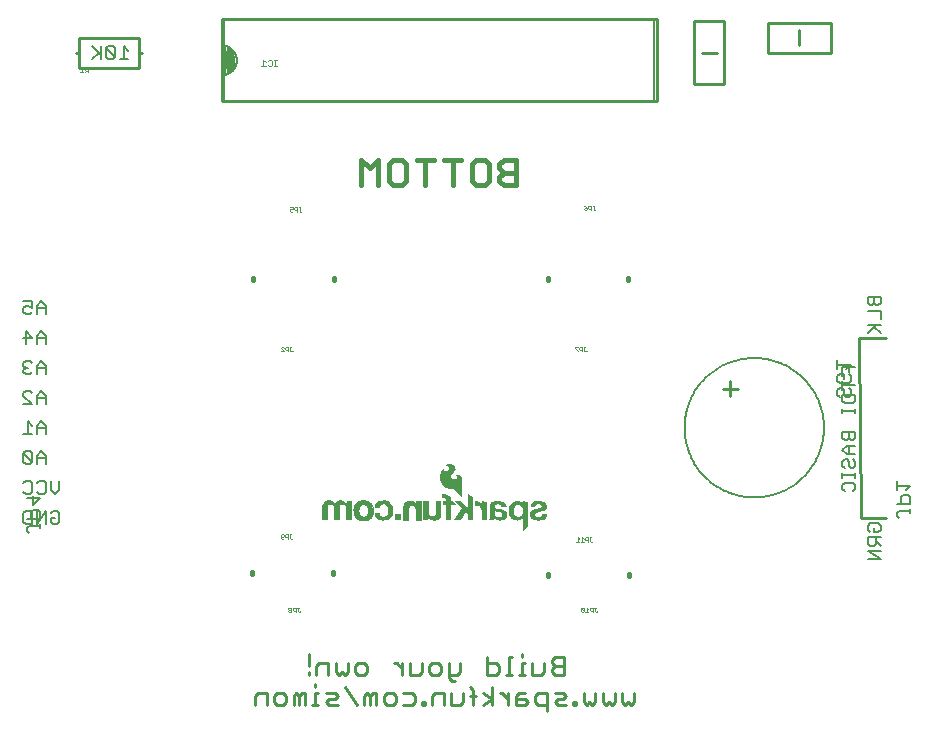
<source format=gbr>
G04 EAGLE Gerber RS-274X export*
G75*
%MOMM*%
%FSLAX34Y34*%
%LPD*%
%INSilkscreen Bottom*%
%IPPOS*%
%AMOC8*
5,1,8,0,0,1.08239X$1,22.5*%
G01*
%ADD10C,0.254000*%
%ADD11C,0.406400*%
%ADD12C,0.203200*%
%ADD13C,0.279400*%
%ADD14C,0.381000*%
%ADD15C,0.127000*%
%ADD16C,0.025400*%
%ADD17R,0.495300X0.485100*%
%ADD18C,0.050800*%

G36*
X400374Y258617D02*
X400374Y258617D01*
X400416Y258632D01*
X400418Y258637D01*
X400422Y258639D01*
X400451Y258712D01*
X400455Y258723D01*
X400455Y258724D01*
X400455Y273888D01*
X400453Y273893D01*
X400455Y273899D01*
X400385Y274730D01*
X400379Y274741D01*
X400380Y274756D01*
X400140Y275555D01*
X400132Y275565D01*
X400130Y275579D01*
X399729Y276311D01*
X399719Y276319D01*
X399714Y276332D01*
X399244Y276882D01*
X399233Y276887D01*
X399226Y276899D01*
X398656Y277344D01*
X398644Y277347D01*
X398634Y277357D01*
X397986Y277678D01*
X397974Y277679D01*
X397962Y277687D01*
X397263Y277871D01*
X397252Y277870D01*
X397241Y277875D01*
X396301Y277948D01*
X396292Y277945D01*
X396281Y277948D01*
X395341Y277875D01*
X395337Y277873D01*
X395331Y277874D01*
X394848Y277798D01*
X394809Y277773D01*
X394769Y277752D01*
X394768Y277748D01*
X394765Y277746D01*
X394755Y277701D01*
X394743Y277657D01*
X394745Y277653D01*
X394744Y277649D01*
X394769Y277611D01*
X394793Y277572D01*
X394797Y277571D01*
X394799Y277568D01*
X394840Y277559D01*
X394880Y277547D01*
X395038Y277563D01*
X395176Y277535D01*
X395309Y277464D01*
X396133Y276865D01*
X396251Y276751D01*
X396323Y276613D01*
X396416Y276198D01*
X396416Y275770D01*
X396323Y275354D01*
X396117Y274950D01*
X395804Y274622D01*
X395198Y274257D01*
X394520Y274050D01*
X393809Y274015D01*
X393199Y274112D01*
X392613Y274310D01*
X392070Y274603D01*
X391645Y274968D01*
X391330Y275428D01*
X391144Y275953D01*
X391101Y276509D01*
X391203Y277057D01*
X391443Y277560D01*
X391813Y277995D01*
X392011Y278205D01*
X392606Y278836D01*
X393201Y279467D01*
X393266Y279536D01*
X393269Y279546D01*
X393278Y279552D01*
X394465Y281310D01*
X394467Y281323D01*
X394477Y281333D01*
X394757Y282021D01*
X394756Y282036D01*
X394765Y282051D01*
X394864Y282786D01*
X394860Y282801D01*
X394865Y282818D01*
X394778Y283555D01*
X394770Y283568D01*
X394770Y283586D01*
X394503Y284278D01*
X394492Y284289D01*
X394488Y284306D01*
X394057Y284909D01*
X394047Y284916D01*
X394041Y284928D01*
X393345Y285586D01*
X393337Y285589D01*
X393332Y285597D01*
X392555Y286157D01*
X392545Y286160D01*
X392537Y286168D01*
X391757Y286556D01*
X391745Y286557D01*
X391734Y286565D01*
X390894Y286796D01*
X390882Y286795D01*
X390870Y286801D01*
X390002Y286867D01*
X389992Y286863D01*
X389980Y286867D01*
X389080Y286781D01*
X389071Y286777D01*
X389061Y286778D01*
X388183Y286558D01*
X388175Y286552D01*
X388163Y286551D01*
X387935Y286450D01*
X387579Y286298D01*
X387578Y286298D01*
X387074Y286077D01*
X387064Y286066D01*
X387047Y286061D01*
X386612Y285723D01*
X386609Y285716D01*
X386601Y285712D01*
X386576Y285687D01*
X386573Y285686D01*
X386538Y285594D01*
X386579Y285505D01*
X386664Y285472D01*
X387267Y285472D01*
X387778Y285415D01*
X388268Y285276D01*
X388749Y285021D01*
X389144Y284651D01*
X389430Y284191D01*
X389587Y283672D01*
X389599Y283369D01*
X389540Y283069D01*
X389334Y282575D01*
X389051Y282117D01*
X388700Y281707D01*
X388288Y281353D01*
X387386Y280702D01*
X386898Y280453D01*
X386369Y280355D01*
X385830Y280413D01*
X385656Y280478D01*
X385295Y280727D01*
X385021Y281066D01*
X384977Y281169D01*
X384961Y281289D01*
X384961Y282169D01*
X384944Y282210D01*
X384930Y282252D01*
X384925Y282255D01*
X384923Y282260D01*
X384882Y282276D01*
X384842Y282295D01*
X384836Y282293D01*
X384831Y282295D01*
X384804Y282283D01*
X384755Y282267D01*
X383629Y281346D01*
X383623Y281334D01*
X383611Y281327D01*
X382704Y280190D01*
X382701Y280179D01*
X382692Y280171D01*
X382190Y279237D01*
X382189Y279227D01*
X382183Y279219D01*
X381825Y278222D01*
X381825Y278212D01*
X381820Y278203D01*
X381613Y277164D01*
X381615Y277154D01*
X381614Y277152D01*
X381615Y277152D01*
X381611Y277143D01*
X381551Y275215D01*
X381555Y275204D01*
X381552Y275192D01*
X381840Y273285D01*
X381846Y273275D01*
X381846Y273263D01*
X382474Y271439D01*
X382481Y271430D01*
X382483Y271418D01*
X383430Y269737D01*
X383438Y269731D01*
X383441Y269720D01*
X384326Y268613D01*
X384333Y268610D01*
X384335Y268604D01*
X384336Y268604D01*
X384338Y268600D01*
X385369Y267628D01*
X385377Y267625D01*
X385383Y267617D01*
X386540Y266800D01*
X386550Y266798D01*
X386558Y266790D01*
X387788Y266190D01*
X387799Y266189D01*
X387809Y266181D01*
X389128Y265813D01*
X389139Y265815D01*
X389150Y265809D01*
X390514Y265685D01*
X390519Y265687D01*
X390525Y265685D01*
X392800Y265685D01*
X393168Y265620D01*
X393519Y265493D01*
X394509Y264904D01*
X395363Y264122D01*
X400235Y258640D01*
X400239Y258638D01*
X400241Y258633D01*
X400283Y258617D01*
X400324Y258598D01*
X400328Y258600D01*
X400333Y258598D01*
X400374Y258617D01*
G37*
G36*
X451741Y229923D02*
X451741Y229923D01*
X451743Y229922D01*
X451764Y229931D01*
X451824Y229954D01*
X455964Y233688D01*
X455966Y233694D01*
X455972Y233697D01*
X455996Y233757D01*
X456005Y233778D01*
X456004Y233780D01*
X456005Y233782D01*
X456005Y254356D01*
X455990Y254393D01*
X455980Y254432D01*
X455971Y254438D01*
X455967Y254447D01*
X455939Y254458D01*
X455903Y254480D01*
X452017Y255216D01*
X452002Y255213D01*
X451987Y255218D01*
X451955Y255203D01*
X451920Y255195D01*
X451912Y255182D01*
X451899Y255176D01*
X451884Y255137D01*
X451868Y255112D01*
X451871Y255101D01*
X451867Y255090D01*
X451891Y253173D01*
X451757Y253322D01*
X451756Y253323D01*
X451756Y253324D01*
X450867Y254289D01*
X450861Y254291D01*
X450857Y254298D01*
X450514Y254599D01*
X450503Y254603D01*
X450495Y254613D01*
X450101Y254846D01*
X450092Y254847D01*
X450084Y254854D01*
X448763Y255387D01*
X448752Y255387D01*
X448742Y255394D01*
X448260Y255496D01*
X448248Y255493D01*
X448236Y255498D01*
X446255Y255523D01*
X446244Y255519D01*
X446232Y255521D01*
X445147Y255338D01*
X445137Y255331D01*
X445123Y255331D01*
X444098Y254931D01*
X444091Y254923D01*
X444079Y254921D01*
X443177Y254380D01*
X443172Y254374D01*
X443163Y254371D01*
X442339Y253718D01*
X442333Y253708D01*
X442323Y253703D01*
X441531Y252813D01*
X441527Y252800D01*
X441515Y252791D01*
X440936Y251750D01*
X440934Y251738D01*
X440926Y251727D01*
X440252Y249614D01*
X440253Y249603D01*
X440247Y249592D01*
X439964Y247392D01*
X439967Y247381D01*
X439963Y247369D01*
X440081Y245154D01*
X440086Y245144D01*
X440084Y245132D01*
X440407Y243756D01*
X440414Y243747D01*
X440414Y243735D01*
X440970Y242435D01*
X440978Y242427D01*
X440980Y242416D01*
X441752Y241231D01*
X441761Y241225D01*
X441766Y241214D01*
X442423Y240507D01*
X442433Y240503D01*
X442439Y240493D01*
X443207Y239908D01*
X443218Y239906D01*
X443225Y239897D01*
X444081Y239451D01*
X444092Y239450D01*
X444101Y239442D01*
X445020Y239148D01*
X445030Y239149D01*
X445040Y239143D01*
X446252Y238954D01*
X446261Y238956D01*
X446270Y238953D01*
X447497Y238936D01*
X447505Y238939D01*
X447515Y238937D01*
X448732Y239092D01*
X448742Y239097D01*
X448754Y239097D01*
X449598Y239361D01*
X449608Y239369D01*
X449623Y239372D01*
X450392Y239809D01*
X450400Y239819D01*
X450414Y239824D01*
X451074Y240414D01*
X451080Y240426D01*
X451092Y240434D01*
X451612Y241150D01*
X451613Y241152D01*
X451613Y230048D01*
X451631Y230004D01*
X451648Y229961D01*
X451650Y229960D01*
X451651Y229957D01*
X451695Y229940D01*
X451739Y229922D01*
X451741Y229923D01*
G37*
G36*
X286311Y239270D02*
X286311Y239270D01*
X286313Y239269D01*
X286356Y239289D01*
X286400Y239307D01*
X286400Y239309D01*
X286402Y239310D01*
X286435Y239395D01*
X286435Y249674D01*
X286542Y250554D01*
X286854Y251376D01*
X287115Y251760D01*
X287458Y252073D01*
X287864Y252299D01*
X288312Y252427D01*
X289216Y252495D01*
X290119Y252403D01*
X290529Y252277D01*
X290901Y252067D01*
X290916Y252053D01*
X291057Y251927D01*
X291197Y251800D01*
X291219Y251781D01*
X291604Y251253D01*
X291877Y250658D01*
X292026Y250019D01*
X292101Y248916D01*
X292101Y239395D01*
X292102Y239393D01*
X292101Y239391D01*
X292121Y239348D01*
X292139Y239304D01*
X292141Y239304D01*
X292142Y239302D01*
X292227Y239269D01*
X296545Y239269D01*
X296547Y239270D01*
X296549Y239269D01*
X296592Y239289D01*
X296636Y239307D01*
X296636Y239309D01*
X296638Y239310D01*
X296671Y239395D01*
X296671Y249954D01*
X296751Y250617D01*
X296982Y251236D01*
X297352Y251783D01*
X297699Y252101D01*
X298108Y252334D01*
X298558Y252470D01*
X299035Y252502D01*
X299883Y252452D01*
X300323Y252370D01*
X300727Y252192D01*
X301082Y251926D01*
X301901Y250982D01*
X302185Y250444D01*
X302316Y249853D01*
X302286Y249231D01*
X302287Y249228D01*
X302286Y249225D01*
X302286Y239420D01*
X302287Y239418D01*
X302286Y239416D01*
X302306Y239373D01*
X302324Y239329D01*
X302326Y239329D01*
X302327Y239327D01*
X302412Y239294D01*
X306730Y239294D01*
X306732Y239295D01*
X306734Y239294D01*
X306777Y239314D01*
X306821Y239332D01*
X306821Y239334D01*
X306823Y239335D01*
X306856Y239420D01*
X306856Y255473D01*
X306855Y255475D01*
X306856Y255477D01*
X306836Y255520D01*
X306818Y255564D01*
X306816Y255564D01*
X306815Y255566D01*
X306730Y255599D01*
X302743Y255599D01*
X302741Y255598D01*
X302739Y255599D01*
X302696Y255579D01*
X302652Y255561D01*
X302652Y255559D01*
X302650Y255558D01*
X302617Y255473D01*
X302617Y253420D01*
X302586Y253427D01*
X302284Y253823D01*
X302278Y253826D01*
X302275Y253834D01*
X301513Y254621D01*
X301505Y254624D01*
X301501Y254631D01*
X300739Y255243D01*
X300725Y255247D01*
X300713Y255260D01*
X299823Y255664D01*
X299811Y255664D01*
X299800Y255672D01*
X298708Y255926D01*
X298699Y255925D01*
X298691Y255929D01*
X297319Y256056D01*
X297309Y256053D01*
X297298Y256056D01*
X296341Y255987D01*
X296330Y255981D01*
X296316Y255982D01*
X295393Y255722D01*
X295383Y255714D01*
X295370Y255712D01*
X294580Y255309D01*
X294572Y255300D01*
X294559Y255296D01*
X293861Y254750D01*
X293855Y254739D01*
X293843Y254733D01*
X293261Y254064D01*
X293258Y254052D01*
X293247Y254044D01*
X292867Y253386D01*
X292825Y253428D01*
X292370Y253909D01*
X292367Y253910D01*
X292366Y253913D01*
X291578Y254672D01*
X291569Y254675D01*
X291564Y254684D01*
X290675Y255322D01*
X290664Y255324D01*
X290656Y255332D01*
X289851Y255726D01*
X289839Y255726D01*
X289828Y255734D01*
X288963Y255966D01*
X288951Y255964D01*
X288939Y255970D01*
X288045Y256031D01*
X288036Y256028D01*
X288025Y256031D01*
X286746Y255924D01*
X286739Y255920D01*
X286732Y255922D01*
X285472Y255673D01*
X285463Y255667D01*
X285451Y255667D01*
X284585Y255341D01*
X284575Y255331D01*
X284560Y255328D01*
X283786Y254821D01*
X283779Y254809D01*
X283765Y254803D01*
X283119Y254139D01*
X283116Y254129D01*
X283112Y254128D01*
X283111Y254124D01*
X283103Y254118D01*
X282515Y253179D01*
X282513Y253166D01*
X282503Y253156D01*
X282117Y252117D01*
X282118Y252104D01*
X282111Y252092D01*
X281942Y250996D01*
X281945Y250987D01*
X281941Y250977D01*
X281941Y239395D01*
X281942Y239393D01*
X281941Y239391D01*
X281961Y239348D01*
X281979Y239304D01*
X281981Y239304D01*
X281982Y239302D01*
X282067Y239269D01*
X286309Y239269D01*
X286311Y239270D01*
G37*
G36*
X434191Y238939D02*
X434191Y238939D01*
X434202Y238944D01*
X434216Y238942D01*
X435588Y239250D01*
X435599Y239258D01*
X435614Y239259D01*
X436883Y239865D01*
X436892Y239875D01*
X436906Y239879D01*
X437354Y240221D01*
X437360Y240231D01*
X437372Y240237D01*
X437749Y240657D01*
X437753Y240668D01*
X437763Y240676D01*
X438055Y241159D01*
X438057Y241170D01*
X438065Y241180D01*
X438438Y242173D01*
X438438Y242184D01*
X438444Y242195D01*
X438633Y243239D01*
X438630Y243250D01*
X438635Y243262D01*
X438632Y244323D01*
X438629Y244330D01*
X438631Y244333D01*
X438628Y244340D01*
X438629Y244350D01*
X438423Y245291D01*
X438414Y245303D01*
X438413Y245320D01*
X437984Y246182D01*
X437974Y246191D01*
X437969Y246206D01*
X437471Y246815D01*
X437466Y246818D01*
X437464Y246822D01*
X437458Y246824D01*
X437453Y246833D01*
X436843Y247331D01*
X436831Y247334D01*
X436822Y247345D01*
X436126Y247711D01*
X436115Y247712D01*
X436106Y247719D01*
X434621Y248203D01*
X434613Y248202D01*
X434604Y248207D01*
X433067Y248485D01*
X433063Y248484D01*
X433058Y248487D01*
X430852Y248715D01*
X429546Y248941D01*
X429077Y249106D01*
X428649Y249352D01*
X428365Y249613D01*
X428305Y249700D01*
X428263Y249797D01*
X428152Y250318D01*
X428152Y250849D01*
X428263Y251370D01*
X428402Y251684D01*
X428601Y251963D01*
X428854Y252197D01*
X429168Y252390D01*
X429514Y252518D01*
X429883Y252579D01*
X431238Y252629D01*
X431825Y252575D01*
X432386Y252410D01*
X432850Y252155D01*
X433240Y251799D01*
X433535Y251361D01*
X433719Y250866D01*
X433782Y250335D01*
X433782Y250292D01*
X433783Y250290D01*
X433782Y250288D01*
X433802Y250245D01*
X433820Y250201D01*
X433822Y250201D01*
X433823Y250199D01*
X433908Y250166D01*
X438049Y250166D01*
X438050Y250164D01*
X438092Y250154D01*
X438134Y250140D01*
X438140Y250143D01*
X438146Y250142D01*
X438171Y250158D01*
X438216Y250179D01*
X438241Y250204D01*
X438241Y250205D01*
X438257Y250247D01*
X438276Y250296D01*
X438276Y250297D01*
X438256Y250339D01*
X438237Y250382D01*
X438115Y251273D01*
X438109Y251284D01*
X438109Y251299D01*
X437775Y252240D01*
X437766Y252250D01*
X437763Y252264D01*
X437244Y253117D01*
X437233Y253125D01*
X437228Y253138D01*
X436545Y253868D01*
X436533Y253873D01*
X436525Y253885D01*
X435708Y254459D01*
X435696Y254462D01*
X435687Y254471D01*
X434529Y255000D01*
X434519Y255000D01*
X434510Y255007D01*
X433281Y255341D01*
X433272Y255340D01*
X433263Y255344D01*
X431523Y255558D01*
X431515Y255555D01*
X431507Y255558D01*
X429753Y255550D01*
X429746Y255547D01*
X429737Y255549D01*
X427998Y255319D01*
X427990Y255314D01*
X427979Y255315D01*
X426565Y254890D01*
X426556Y254882D01*
X426542Y254881D01*
X425239Y254187D01*
X425230Y254177D01*
X425216Y254172D01*
X424654Y253689D01*
X424647Y253675D01*
X424633Y253666D01*
X424206Y253061D01*
X424203Y253046D01*
X424191Y253034D01*
X423924Y252343D01*
X423925Y252328D01*
X423917Y252313D01*
X423826Y251578D01*
X423828Y251570D01*
X423825Y251562D01*
X423825Y246736D01*
X423826Y246734D01*
X423825Y246732D01*
X423832Y246717D01*
X423800Y246633D01*
X423825Y242295D01*
X423723Y240958D01*
X423374Y239663D01*
X423300Y239464D01*
X423301Y239439D01*
X423292Y239416D01*
X423303Y239392D01*
X423304Y239366D01*
X423323Y239349D01*
X423333Y239327D01*
X423360Y239316D01*
X423378Y239300D01*
X423397Y239302D01*
X423418Y239294D01*
X427452Y239294D01*
X427488Y239291D01*
X427516Y239300D01*
X427556Y239304D01*
X427593Y239323D01*
X427612Y239345D01*
X427644Y239369D01*
X427666Y239405D01*
X427668Y239422D01*
X427680Y239438D01*
X427756Y239718D01*
X427755Y239721D01*
X427757Y239724D01*
X427984Y240753D01*
X427994Y240776D01*
X428000Y240782D01*
X428008Y240784D01*
X428017Y240783D01*
X428041Y240767D01*
X428868Y240064D01*
X428879Y240060D01*
X428888Y240050D01*
X429839Y239510D01*
X429850Y239509D01*
X429860Y239501D01*
X430895Y239148D01*
X430907Y239149D01*
X430917Y239143D01*
X432535Y238902D01*
X432545Y238905D01*
X432556Y238901D01*
X434191Y238939D01*
G37*
G36*
X409324Y239168D02*
X409324Y239168D01*
X409327Y239167D01*
X409410Y239204D01*
X409461Y239255D01*
X409463Y239258D01*
X409465Y239259D01*
X409498Y239344D01*
X409498Y258674D01*
X409490Y258693D01*
X409492Y258713D01*
X409471Y258740D01*
X409460Y258765D01*
X409446Y258770D01*
X409435Y258784D01*
X405295Y261146D01*
X405260Y261150D01*
X405228Y261162D01*
X405213Y261155D01*
X405197Y261157D01*
X405170Y261135D01*
X405139Y261121D01*
X405132Y261105D01*
X405120Y261095D01*
X405118Y261068D01*
X405106Y261036D01*
X405106Y249606D01*
X399631Y255080D01*
X399628Y255082D01*
X399627Y255084D01*
X399542Y255117D01*
X394868Y255117D01*
X394866Y255117D01*
X394865Y255117D01*
X394821Y255097D01*
X394777Y255079D01*
X394777Y255077D01*
X394775Y255076D01*
X394759Y255032D01*
X394742Y254987D01*
X394743Y254985D01*
X394742Y254984D01*
X394780Y254901D01*
X400471Y249335D01*
X393874Y239440D01*
X393867Y239402D01*
X393853Y239365D01*
X393858Y239355D01*
X393856Y239343D01*
X393878Y239312D01*
X393895Y239276D01*
X393906Y239272D01*
X393912Y239263D01*
X393942Y239258D01*
X393980Y239244D01*
X399060Y239269D01*
X399077Y239276D01*
X399095Y239274D01*
X399124Y239296D01*
X399150Y239308D01*
X399155Y239320D01*
X399167Y239330D01*
X403400Y246308D01*
X405055Y244701D01*
X405055Y239293D01*
X405056Y239291D01*
X405055Y239289D01*
X405075Y239246D01*
X405093Y239202D01*
X405095Y239202D01*
X405096Y239200D01*
X405181Y239167D01*
X409321Y239167D01*
X409324Y239168D01*
G37*
G36*
X377756Y238867D02*
X377756Y238867D01*
X377767Y238864D01*
X378800Y239011D01*
X378811Y239017D01*
X378824Y239017D01*
X379810Y239360D01*
X379819Y239368D01*
X379832Y239370D01*
X380734Y239896D01*
X380741Y239906D01*
X380754Y239911D01*
X381008Y240139D01*
X381014Y240150D01*
X381025Y240158D01*
X381686Y241043D01*
X381688Y241054D01*
X381698Y241063D01*
X382186Y242053D01*
X382186Y242065D01*
X382194Y242075D01*
X382494Y243138D01*
X382492Y243149D01*
X382498Y243161D01*
X382599Y244260D01*
X382597Y244266D01*
X382599Y244272D01*
X382599Y255067D01*
X382598Y255069D01*
X382599Y255071D01*
X382579Y255114D01*
X382561Y255158D01*
X382559Y255158D01*
X382558Y255160D01*
X382473Y255193D01*
X378333Y255193D01*
X378331Y255192D01*
X378329Y255193D01*
X378286Y255173D01*
X378242Y255155D01*
X378242Y255153D01*
X378240Y255152D01*
X378207Y255067D01*
X378207Y245070D01*
X378058Y244240D01*
X377715Y243472D01*
X377443Y243110D01*
X377102Y242809D01*
X376707Y242584D01*
X376018Y242361D01*
X375299Y242281D01*
X374578Y242348D01*
X373887Y242560D01*
X373377Y242848D01*
X372946Y243245D01*
X372619Y243730D01*
X372410Y244280D01*
X372185Y245484D01*
X372109Y246714D01*
X372109Y255016D01*
X372108Y255018D01*
X372109Y255020D01*
X372089Y255063D01*
X372071Y255107D01*
X372069Y255107D01*
X372068Y255109D01*
X371983Y255142D01*
X367767Y255142D01*
X367765Y255141D01*
X367763Y255142D01*
X367720Y255122D01*
X367676Y255104D01*
X367676Y255102D01*
X367674Y255101D01*
X367641Y255016D01*
X367641Y239395D01*
X367642Y239393D01*
X367641Y239391D01*
X367661Y239348D01*
X367679Y239304D01*
X367681Y239304D01*
X367682Y239302D01*
X367767Y239269D01*
X371780Y239269D01*
X371782Y239270D01*
X371784Y239269D01*
X371827Y239289D01*
X371871Y239307D01*
X371871Y239309D01*
X371873Y239310D01*
X371906Y239395D01*
X371906Y241452D01*
X372413Y240811D01*
X372421Y240807D01*
X372425Y240798D01*
X373252Y240013D01*
X373261Y240010D01*
X373266Y240002D01*
X374196Y239343D01*
X374205Y239341D01*
X374213Y239333D01*
X374458Y239211D01*
X374469Y239210D01*
X374478Y239203D01*
X374740Y239122D01*
X374749Y239123D01*
X374758Y239118D01*
X376236Y238895D01*
X376244Y238897D01*
X376252Y238893D01*
X377746Y238863D01*
X377756Y238867D01*
G37*
G36*
X365279Y239194D02*
X365279Y239194D01*
X365281Y239193D01*
X365324Y239213D01*
X365368Y239231D01*
X365368Y239233D01*
X365370Y239234D01*
X365403Y239319D01*
X365403Y255041D01*
X365402Y255043D01*
X365403Y255045D01*
X365383Y255088D01*
X365365Y255132D01*
X365363Y255132D01*
X365362Y255134D01*
X365277Y255167D01*
X361239Y255167D01*
X361237Y255166D01*
X361235Y255167D01*
X361192Y255147D01*
X361148Y255129D01*
X361148Y255127D01*
X361146Y255126D01*
X361113Y255041D01*
X361113Y252973D01*
X361071Y253002D01*
X360957Y253138D01*
X360680Y253516D01*
X360676Y253518D01*
X360674Y253523D01*
X360272Y253996D01*
X360265Y254000D01*
X360261Y254008D01*
X360066Y254184D01*
X359926Y254310D01*
X359800Y254424D01*
X359790Y254427D01*
X359782Y254437D01*
X358884Y255004D01*
X358871Y255007D01*
X358860Y255016D01*
X357864Y255385D01*
X357851Y255385D01*
X357838Y255392D01*
X356786Y255547D01*
X356776Y255544D01*
X356765Y255548D01*
X354759Y255498D01*
X354749Y255494D01*
X354736Y255496D01*
X353759Y255290D01*
X353747Y255282D01*
X353731Y255281D01*
X352826Y254859D01*
X352817Y254848D01*
X352802Y254844D01*
X352017Y254226D01*
X352011Y254215D01*
X351999Y254209D01*
X351510Y253634D01*
X351507Y253623D01*
X351497Y253616D01*
X351113Y252967D01*
X351111Y252956D01*
X351103Y252947D01*
X350834Y252242D01*
X350834Y252233D01*
X350829Y252224D01*
X350589Y251117D01*
X350591Y251108D01*
X350587Y251100D01*
X350496Y249971D01*
X350498Y249966D01*
X350496Y249961D01*
X350496Y239420D01*
X350497Y239418D01*
X350496Y239416D01*
X350516Y239373D01*
X350534Y239329D01*
X350536Y239329D01*
X350537Y239327D01*
X350622Y239294D01*
X354711Y239294D01*
X354713Y239295D01*
X354715Y239294D01*
X354758Y239314D01*
X354802Y239332D01*
X354802Y239334D01*
X354804Y239335D01*
X354837Y239420D01*
X354837Y249066D01*
X354902Y249784D01*
X355093Y250472D01*
X355403Y251114D01*
X355699Y251501D01*
X356073Y251810D01*
X356508Y252027D01*
X356808Y252104D01*
X357124Y252121D01*
X358229Y252071D01*
X358785Y251984D01*
X359301Y251780D01*
X359758Y251466D01*
X360275Y250897D01*
X360638Y250218D01*
X360855Y249468D01*
X360935Y248685D01*
X360935Y239319D01*
X360936Y239317D01*
X360935Y239315D01*
X360955Y239272D01*
X360973Y239228D01*
X360975Y239228D01*
X360976Y239226D01*
X361061Y239193D01*
X365277Y239193D01*
X365279Y239194D01*
G37*
G36*
X316993Y239122D02*
X316993Y239122D01*
X317009Y239118D01*
X320006Y239524D01*
X320027Y239536D01*
X320056Y239542D01*
X322901Y241320D01*
X322915Y241341D01*
X322940Y241359D01*
X324540Y243848D01*
X324544Y243871D01*
X324559Y243896D01*
X325169Y247782D01*
X325163Y247804D01*
X325167Y247830D01*
X324354Y251386D01*
X324339Y251407D01*
X324330Y251436D01*
X322196Y254154D01*
X322174Y254166D01*
X322153Y254189D01*
X318775Y255866D01*
X318755Y255867D01*
X318734Y255878D01*
X317261Y256055D01*
X317254Y256053D01*
X317246Y256056D01*
X317195Y256056D01*
X317175Y256048D01*
X317149Y256047D01*
X317022Y255997D01*
X317001Y255977D01*
X316975Y255965D01*
X316966Y255943D01*
X316951Y255929D01*
X316952Y255905D01*
X316942Y255880D01*
X316942Y252959D01*
X316959Y252919D01*
X316971Y252878D01*
X316978Y252874D01*
X316980Y252868D01*
X317008Y252857D01*
X317051Y252834D01*
X318146Y252684D01*
X319294Y252049D01*
X320082Y250965D01*
X320478Y250076D01*
X320752Y248602D01*
X320803Y246743D01*
X320628Y245495D01*
X320253Y244346D01*
X319715Y243319D01*
X318067Y242311D01*
X316319Y242089D01*
X314568Y242681D01*
X314498Y242745D01*
X314220Y242998D01*
X313942Y243250D01*
X313803Y243376D01*
X313526Y243629D01*
X313525Y243629D01*
X313489Y243662D01*
X312946Y244872D01*
X312571Y246420D01*
X312571Y247845D01*
X312822Y249774D01*
X313566Y251386D01*
X314400Y252195D01*
X315353Y252708D01*
X316540Y252807D01*
X316636Y252807D01*
X316639Y252808D01*
X316642Y252807D01*
X316684Y252827D01*
X316727Y252845D01*
X316728Y252848D01*
X316731Y252850D01*
X316762Y252935D01*
X316736Y254523D01*
X316733Y254649D01*
X316733Y254650D01*
X316731Y254776D01*
X316729Y254902D01*
X316727Y255028D01*
X316725Y255154D01*
X316725Y255155D01*
X316723Y255281D01*
X316721Y255407D01*
X316719Y255533D01*
X316716Y255659D01*
X316716Y255660D01*
X316714Y255786D01*
X316712Y255907D01*
X316708Y255916D01*
X316711Y255925D01*
X316689Y255960D01*
X316672Y255997D01*
X316664Y256000D01*
X316659Y256008D01*
X316607Y256021D01*
X316580Y256031D01*
X316575Y256029D01*
X316570Y256030D01*
X314563Y255776D01*
X314552Y255770D01*
X314538Y255770D01*
X312912Y255211D01*
X312900Y255200D01*
X312881Y255196D01*
X310900Y253825D01*
X310892Y253812D01*
X310876Y253803D01*
X309784Y252533D01*
X309779Y252517D01*
X309765Y252502D01*
X308724Y250165D01*
X308723Y250148D01*
X308714Y250130D01*
X308434Y247945D01*
X308438Y247930D01*
X308434Y247914D01*
X308688Y245806D01*
X308692Y245798D01*
X308691Y245787D01*
X309377Y243323D01*
X309388Y243309D01*
X309392Y243290D01*
X310205Y241995D01*
X310217Y241986D01*
X310225Y241971D01*
X311419Y240828D01*
X311428Y240824D01*
X311433Y240816D01*
X312550Y240029D01*
X312567Y240025D01*
X312582Y240013D01*
X314436Y239378D01*
X314450Y239379D01*
X314464Y239371D01*
X316979Y239117D01*
X316993Y239122D01*
G37*
G36*
X464974Y238915D02*
X464974Y238915D01*
X464981Y238913D01*
X467547Y239091D01*
X467556Y239096D01*
X467566Y239094D01*
X468487Y239306D01*
X468498Y239314D01*
X468512Y239315D01*
X469369Y239712D01*
X469375Y239719D01*
X469384Y239721D01*
X470578Y240483D01*
X470583Y240489D01*
X470591Y240492D01*
X471106Y240923D01*
X471111Y240934D01*
X471123Y240940D01*
X471543Y241464D01*
X471547Y241475D01*
X471557Y241484D01*
X471866Y242080D01*
X471867Y242089D01*
X471874Y242097D01*
X472306Y243367D01*
X472305Y243377D01*
X472310Y243386D01*
X472412Y243970D01*
X472411Y243977D01*
X472414Y243983D01*
X472439Y244339D01*
X472438Y244343D01*
X472439Y244346D01*
X472438Y244348D01*
X472439Y244352D01*
X472427Y244378D01*
X472424Y244408D01*
X472423Y244409D01*
X472423Y244410D01*
X472412Y244419D01*
X472407Y244432D01*
X472401Y244435D01*
X472398Y244441D01*
X472368Y244453D01*
X472348Y244469D01*
X472346Y244469D01*
X472345Y244470D01*
X472330Y244469D01*
X472318Y244474D01*
X472316Y244473D01*
X472313Y244474D01*
X468452Y244474D01*
X468450Y244473D01*
X468448Y244474D01*
X468405Y244454D01*
X468361Y244436D01*
X468361Y244434D01*
X468359Y244433D01*
X468326Y244348D01*
X468326Y244301D01*
X468297Y243804D01*
X468151Y243342D01*
X467895Y242928D01*
X467791Y242823D01*
X467665Y242697D01*
X467453Y242485D01*
X466926Y242148D01*
X466339Y241931D01*
X465777Y241858D01*
X464447Y241858D01*
X463844Y241932D01*
X463277Y242129D01*
X462764Y242441D01*
X462477Y242725D01*
X462268Y243070D01*
X462151Y243455D01*
X462134Y243859D01*
X462219Y244254D01*
X462400Y244616D01*
X462665Y244920D01*
X463001Y245151D01*
X464108Y245621D01*
X465282Y245927D01*
X468913Y246790D01*
X468920Y246795D01*
X468929Y246795D01*
X469737Y247101D01*
X469744Y247107D01*
X469754Y247109D01*
X470505Y247536D01*
X470511Y247543D01*
X470521Y247547D01*
X471198Y248084D01*
X471203Y248094D01*
X471214Y248100D01*
X471551Y248485D01*
X471555Y248498D01*
X471566Y248507D01*
X471815Y248954D01*
X471816Y248967D01*
X471825Y248978D01*
X471977Y249467D01*
X471975Y249479D01*
X471982Y249492D01*
X472087Y250628D01*
X472084Y250641D01*
X472087Y250654D01*
X471958Y251788D01*
X471952Y251799D01*
X471953Y251813D01*
X471595Y252897D01*
X471587Y252906D01*
X471585Y252920D01*
X471286Y253442D01*
X471276Y253449D01*
X471271Y253462D01*
X470877Y253917D01*
X470866Y253922D01*
X470859Y253934D01*
X470383Y254303D01*
X470372Y254306D01*
X470363Y254315D01*
X469082Y254969D01*
X469071Y254970D01*
X469061Y254977D01*
X467683Y255388D01*
X467672Y255387D01*
X467660Y255393D01*
X466231Y255548D01*
X466224Y255546D01*
X466217Y255548D01*
X464414Y255548D01*
X464408Y255546D01*
X464401Y255548D01*
X463008Y255408D01*
X462999Y255403D01*
X462988Y255404D01*
X461637Y255036D01*
X461628Y255029D01*
X461614Y255027D01*
X460517Y254489D01*
X460508Y254479D01*
X460494Y254475D01*
X459535Y253718D01*
X459529Y253708D01*
X459518Y253703D01*
X459170Y253307D01*
X459168Y253302D01*
X459167Y253302D01*
X459166Y253298D01*
X459158Y253292D01*
X458872Y252850D01*
X458870Y252840D01*
X458863Y252833D01*
X458507Y252045D01*
X458507Y252040D01*
X458503Y252036D01*
X458300Y251478D01*
X458302Y251454D01*
X458297Y251442D01*
X458300Y251435D01*
X458295Y251410D01*
X458304Y251396D01*
X458295Y251384D01*
X458297Y251378D01*
X458293Y251371D01*
X458217Y250660D01*
X458219Y250654D01*
X458218Y250650D01*
X458219Y250648D01*
X458217Y250643D01*
X458234Y250606D01*
X458246Y250566D01*
X458254Y250562D01*
X458258Y250554D01*
X458308Y250534D01*
X458334Y250521D01*
X458338Y250523D01*
X458343Y250521D01*
X462229Y250521D01*
X462273Y250539D01*
X462317Y250557D01*
X462318Y250558D01*
X462320Y250559D01*
X462327Y250578D01*
X462355Y250639D01*
X462371Y250899D01*
X462426Y251142D01*
X462576Y251494D01*
X462794Y251807D01*
X463070Y252071D01*
X463492Y252342D01*
X463959Y252531D01*
X464455Y252629D01*
X465303Y252673D01*
X466151Y252629D01*
X466600Y252544D01*
X467024Y252387D01*
X467325Y252192D01*
X467558Y251924D01*
X467713Y251582D01*
X467761Y251210D01*
X467696Y250841D01*
X467512Y250480D01*
X467277Y250237D01*
X467229Y250187D01*
X466554Y249771D01*
X465802Y249499D01*
X463779Y249095D01*
X463778Y249094D01*
X463777Y249094D01*
X462054Y248713D01*
X462047Y248708D01*
X462038Y248708D01*
X460382Y248098D01*
X460376Y248092D01*
X460366Y248091D01*
X459610Y247686D01*
X459604Y247679D01*
X459595Y247676D01*
X458903Y247168D01*
X458898Y247158D01*
X458886Y247153D01*
X458554Y246803D01*
X458549Y246791D01*
X458538Y246782D01*
X458286Y246370D01*
X458284Y246356D01*
X458274Y246344D01*
X457937Y245341D01*
X457938Y245326D01*
X457930Y245312D01*
X457836Y244257D01*
X457839Y244248D01*
X457836Y244237D01*
X457912Y243196D01*
X457916Y243188D01*
X457915Y243178D01*
X458058Y242514D01*
X458064Y242504D01*
X458065Y242491D01*
X458331Y241866D01*
X458339Y241857D01*
X458342Y241845D01*
X458721Y241281D01*
X458731Y241274D01*
X458736Y241263D01*
X459462Y240520D01*
X459472Y240516D01*
X459478Y240505D01*
X460322Y239899D01*
X460332Y239897D01*
X460341Y239888D01*
X461276Y239437D01*
X461287Y239436D01*
X461297Y239429D01*
X462297Y239147D01*
X462305Y239148D01*
X462314Y239143D01*
X463628Y238961D01*
X463635Y238963D01*
X463641Y238960D01*
X464968Y238913D01*
X464974Y238915D01*
G37*
G36*
X335172Y239012D02*
X335172Y239012D01*
X335179Y239015D01*
X335187Y239014D01*
X336750Y239296D01*
X336758Y239301D01*
X336768Y239300D01*
X337838Y239655D01*
X337846Y239661D01*
X337857Y239663D01*
X338854Y240189D01*
X338861Y240197D01*
X338872Y240201D01*
X339768Y240885D01*
X339773Y240894D01*
X339784Y240899D01*
X340554Y241722D01*
X340556Y241728D01*
X340558Y241729D01*
X340560Y241733D01*
X340567Y241738D01*
X341249Y242754D01*
X341251Y242764D01*
X341259Y242772D01*
X341773Y243883D01*
X341774Y243892D01*
X341780Y243901D01*
X342114Y245079D01*
X342113Y245089D01*
X342118Y245098D01*
X342263Y246314D01*
X342261Y246323D01*
X342264Y246333D01*
X342263Y246365D01*
X342263Y246366D01*
X342255Y246618D01*
X342256Y246618D01*
X342255Y246618D01*
X342252Y246744D01*
X342244Y246997D01*
X342240Y247123D01*
X342232Y247375D01*
X342232Y247376D01*
X342229Y247502D01*
X342225Y247628D01*
X342221Y247754D01*
X342213Y248007D01*
X342209Y248133D01*
X342202Y248385D01*
X342202Y248386D01*
X342198Y248512D01*
X342190Y248764D01*
X342188Y248822D01*
X342184Y248831D01*
X342186Y248843D01*
X341888Y250333D01*
X341881Y250343D01*
X341881Y250356D01*
X341304Y251762D01*
X341296Y251770D01*
X341293Y251783D01*
X340459Y253054D01*
X340449Y253060D01*
X340444Y253072D01*
X339383Y254160D01*
X339372Y254165D01*
X339364Y254176D01*
X338115Y255041D01*
X338103Y255044D01*
X338094Y255053D01*
X336703Y255665D01*
X336691Y255665D01*
X336679Y255672D01*
X335173Y256005D01*
X335161Y256002D01*
X335148Y256008D01*
X333606Y256031D01*
X333597Y256028D01*
X333588Y256030D01*
X332153Y255841D01*
X332148Y255838D01*
X332142Y255839D01*
X330731Y255520D01*
X330723Y255515D01*
X330713Y255514D01*
X329556Y255057D01*
X329546Y255047D01*
X329532Y255044D01*
X328501Y254347D01*
X328494Y254336D01*
X328480Y254329D01*
X327625Y253426D01*
X327620Y253414D01*
X327608Y253405D01*
X326968Y252338D01*
X326966Y252326D01*
X326958Y252317D01*
X326533Y251162D01*
X326533Y251152D01*
X326528Y251143D01*
X326291Y249935D01*
X326294Y249921D01*
X326289Y249907D01*
X326304Y249874D01*
X326311Y249839D01*
X326324Y249831D01*
X326330Y249818D01*
X326369Y249802D01*
X326395Y249786D01*
X326405Y249789D01*
X326415Y249785D01*
X330606Y249785D01*
X330608Y249786D01*
X330610Y249785D01*
X330653Y249805D01*
X330697Y249823D01*
X330697Y249825D01*
X330699Y249826D01*
X330732Y249911D01*
X330732Y249929D01*
X330799Y250508D01*
X330992Y251050D01*
X331303Y251535D01*
X331716Y251936D01*
X332209Y252234D01*
X333001Y252495D01*
X333833Y252578D01*
X334673Y252512D01*
X335494Y252331D01*
X335908Y252145D01*
X336255Y251855D01*
X336942Y250944D01*
X337447Y249919D01*
X337752Y248816D01*
X337845Y247675D01*
X337716Y246115D01*
X337370Y244591D01*
X337055Y243874D01*
X336580Y243255D01*
X335972Y242766D01*
X335264Y242436D01*
X334485Y242255D01*
X333685Y242214D01*
X333094Y242287D01*
X332525Y242460D01*
X331995Y242728D01*
X331552Y243073D01*
X331194Y243505D01*
X330873Y244095D01*
X330658Y244732D01*
X330554Y245408D01*
X330532Y245444D01*
X330514Y245482D01*
X330506Y245485D01*
X330502Y245492D01*
X330472Y245498D01*
X330429Y245515D01*
X326365Y245515D01*
X326363Y245514D01*
X326361Y245515D01*
X326318Y245495D01*
X326274Y245477D01*
X326274Y245475D01*
X326272Y245474D01*
X326239Y245389D01*
X326239Y245339D01*
X326240Y245335D01*
X326239Y245331D01*
X326271Y244856D01*
X326275Y244849D01*
X326273Y244839D01*
X326368Y244374D01*
X326374Y244365D01*
X326374Y244353D01*
X326916Y242962D01*
X326925Y242953D01*
X326928Y242939D01*
X327743Y241688D01*
X327754Y241681D01*
X327759Y241668D01*
X328812Y240610D01*
X328824Y240605D01*
X328833Y240593D01*
X330080Y239773D01*
X330091Y239770D01*
X330100Y239762D01*
X331193Y239300D01*
X331203Y239300D01*
X331212Y239294D01*
X332365Y239012D01*
X332375Y239013D01*
X332385Y239009D01*
X333568Y238913D01*
X333576Y238916D01*
X333586Y238913D01*
X335172Y239012D01*
G37*
G36*
X391111Y239194D02*
X391111Y239194D01*
X391113Y239193D01*
X391156Y239213D01*
X391200Y239231D01*
X391200Y239233D01*
X391202Y239234D01*
X391235Y239319D01*
X391235Y252199D01*
X395098Y252223D01*
X395099Y252223D01*
X395144Y252243D01*
X395188Y252262D01*
X395189Y252263D01*
X395206Y252308D01*
X395223Y252354D01*
X395223Y252355D01*
X395186Y252438D01*
X392519Y255105D01*
X392516Y255107D01*
X392515Y255109D01*
X392430Y255142D01*
X391184Y255142D01*
X391184Y255473D01*
X391182Y255478D01*
X391184Y255483D01*
X391007Y257617D01*
X391002Y257627D01*
X391002Y257628D01*
X391002Y257629D01*
X391002Y257630D01*
X391003Y257639D01*
X390855Y258206D01*
X390848Y258215D01*
X390847Y258227D01*
X390599Y258758D01*
X390590Y258766D01*
X390587Y258778D01*
X390247Y259255D01*
X390237Y259261D01*
X390231Y259273D01*
X389488Y259983D01*
X389478Y259987D01*
X389476Y259991D01*
X389473Y259992D01*
X389469Y259998D01*
X388601Y260548D01*
X388589Y260550D01*
X388579Y260559D01*
X387621Y260928D01*
X387608Y260928D01*
X387597Y260935D01*
X386584Y261109D01*
X386574Y261107D01*
X386563Y261111D01*
X385013Y261111D01*
X385010Y261110D01*
X385006Y261111D01*
X383689Y261035D01*
X383667Y261035D01*
X383665Y261034D01*
X383663Y261035D01*
X383620Y261015D01*
X383576Y260997D01*
X383576Y260995D01*
X383574Y260994D01*
X383541Y260909D01*
X383541Y257886D01*
X383542Y257884D01*
X383541Y257882D01*
X383561Y257839D01*
X383579Y257795D01*
X383581Y257795D01*
X383582Y257793D01*
X383667Y257760D01*
X383743Y257760D01*
X383748Y257762D01*
X383755Y257760D01*
X384035Y257786D01*
X384950Y257871D01*
X385850Y257788D01*
X386132Y257691D01*
X386372Y257521D01*
X386554Y257289D01*
X386729Y256866D01*
X386792Y256404D01*
X386792Y255142D01*
X383946Y255142D01*
X383944Y255141D01*
X383942Y255142D01*
X383899Y255122D01*
X383855Y255104D01*
X383855Y255102D01*
X383853Y255101D01*
X383820Y255016D01*
X383820Y252349D01*
X383821Y252347D01*
X383820Y252345D01*
X383840Y252302D01*
X383858Y252258D01*
X383860Y252258D01*
X383861Y252256D01*
X383946Y252223D01*
X386818Y252223D01*
X386818Y239319D01*
X386819Y239317D01*
X386818Y239315D01*
X386838Y239272D01*
X386856Y239228D01*
X386858Y239228D01*
X386859Y239226D01*
X386944Y239193D01*
X391109Y239193D01*
X391111Y239194D01*
G37*
G36*
X421236Y239295D02*
X421236Y239295D01*
X421238Y239294D01*
X421281Y239314D01*
X421325Y239332D01*
X421326Y239334D01*
X421328Y239335D01*
X421360Y239420D01*
X421334Y254305D01*
X421318Y254343D01*
X421308Y254382D01*
X421299Y254387D01*
X421296Y254396D01*
X421267Y254407D01*
X421230Y254429D01*
X417369Y255115D01*
X417356Y255112D01*
X417343Y255117D01*
X417309Y255102D01*
X417273Y255093D01*
X417266Y255082D01*
X417254Y255076D01*
X417238Y255035D01*
X417222Y255009D01*
X417224Y255000D01*
X417221Y254991D01*
X417221Y252211D01*
X417174Y252226D01*
X416995Y252494D01*
X416309Y253536D01*
X416304Y253540D01*
X416301Y253547D01*
X415985Y253930D01*
X415972Y253937D01*
X415964Y253950D01*
X415570Y254252D01*
X415565Y254253D01*
X415562Y254257D01*
X414673Y254842D01*
X414670Y254843D01*
X414667Y254846D01*
X414056Y255199D01*
X414044Y255201D01*
X414033Y255210D01*
X413363Y255433D01*
X413351Y255432D01*
X413339Y255438D01*
X412638Y255522D01*
X412628Y255519D01*
X412616Y255523D01*
X411244Y255447D01*
X411201Y255426D01*
X411158Y255406D01*
X411157Y255404D01*
X411156Y255404D01*
X411150Y255386D01*
X411125Y255321D01*
X411125Y251460D01*
X411126Y251458D01*
X411125Y251456D01*
X411145Y251413D01*
X411163Y251369D01*
X411165Y251369D01*
X411166Y251367D01*
X411251Y251334D01*
X411277Y251334D01*
X411286Y251338D01*
X411298Y251335D01*
X411450Y251360D01*
X411452Y251362D01*
X411455Y251361D01*
X412052Y251486D01*
X413577Y251486D01*
X414119Y251394D01*
X414637Y251213D01*
X415116Y250949D01*
X415783Y250389D01*
X416308Y249697D01*
X416669Y248904D01*
X416869Y248085D01*
X416942Y247239D01*
X416942Y239420D01*
X416943Y239418D01*
X416942Y239416D01*
X416962Y239373D01*
X416980Y239329D01*
X416982Y239329D01*
X416983Y239327D01*
X417068Y239294D01*
X421234Y239294D01*
X421236Y239295D01*
G37*
%LPC*%
G36*
X446774Y242361D02*
X446774Y242361D01*
X446035Y242699D01*
X445409Y243215D01*
X444937Y243873D01*
X444648Y244634D01*
X444344Y246581D01*
X444347Y248552D01*
X444538Y249522D01*
X444941Y250421D01*
X445538Y251207D01*
X446297Y251837D01*
X446797Y252097D01*
X447339Y252253D01*
X447906Y252299D01*
X448981Y252248D01*
X449353Y252174D01*
X449691Y252012D01*
X450404Y251456D01*
X451001Y250776D01*
X451414Y250069D01*
X451681Y249295D01*
X451791Y248480D01*
X451765Y245934D01*
X451641Y245165D01*
X451416Y244490D01*
X451417Y244478D01*
X451411Y244466D01*
X451406Y244429D01*
X451414Y244402D01*
X451414Y244391D01*
X451386Y244378D01*
X451342Y244358D01*
X451342Y244357D01*
X451341Y244357D01*
X451308Y244272D01*
X451308Y244234D01*
X451296Y244175D01*
X451254Y244115D01*
X451254Y244114D01*
X451253Y244113D01*
X451202Y244037D01*
X451201Y244031D01*
X451196Y244026D01*
X450896Y243462D01*
X450484Y242993D01*
X449975Y242630D01*
X449298Y242340D01*
X448576Y242188D01*
X447665Y242182D01*
X446774Y242361D01*
G37*
%LPD*%
%LPC*%
G36*
X430079Y241982D02*
X430079Y241982D01*
X429757Y242104D01*
X429466Y242289D01*
X428722Y243008D01*
X428572Y243227D01*
X428465Y243476D01*
X428418Y243641D01*
X428211Y244711D01*
X428141Y245800D01*
X428141Y246634D01*
X428140Y246636D01*
X428141Y246638D01*
X428121Y246681D01*
X428121Y246683D01*
X428141Y246736D01*
X428141Y247028D01*
X428283Y246901D01*
X428298Y246896D01*
X428309Y246883D01*
X428516Y246776D01*
X428528Y246775D01*
X428538Y246767D01*
X429502Y246479D01*
X429510Y246480D01*
X429517Y246476D01*
X430509Y246307D01*
X430513Y246308D01*
X430517Y246305D01*
X431960Y246153D01*
X432510Y246048D01*
X433028Y245851D01*
X433502Y245567D01*
X433770Y245323D01*
X433974Y245025D01*
X434194Y244483D01*
X434301Y243908D01*
X434290Y243323D01*
X434219Y243015D01*
X434084Y242730D01*
X433893Y242480D01*
X433531Y242183D01*
X433110Y241980D01*
X432649Y241883D01*
X431121Y241833D01*
X430079Y241982D01*
G37*
%LPD*%
D10*
X627380Y356870D02*
X627380Y344170D01*
X633730Y350520D02*
X621030Y350520D01*
D11*
X223520Y442722D02*
X223520Y444246D01*
D10*
X736600Y393700D02*
X759460Y393700D01*
X759460Y241300D02*
X737870Y241300D01*
X736600Y393700D01*
D11*
X292024Y442671D02*
X292024Y444195D01*
X472694Y444246D02*
X472694Y442722D01*
X541198Y442671D02*
X541198Y444195D01*
X472796Y193878D02*
X472796Y192354D01*
X541300Y192303D02*
X541300Y193827D01*
X222860Y193675D02*
X222860Y195199D01*
X291364Y195148D02*
X291364Y193624D01*
D12*
X47772Y388366D02*
X47772Y395484D01*
X44213Y399043D01*
X40654Y395484D01*
X40654Y388366D01*
X40654Y393705D02*
X47772Y393705D01*
X30739Y399043D02*
X30739Y388366D01*
X36078Y393705D02*
X30739Y399043D01*
X28960Y393705D02*
X36078Y393705D01*
X47772Y370084D02*
X47772Y362966D01*
X47772Y370084D02*
X44213Y373643D01*
X40654Y370084D01*
X40654Y362966D01*
X40654Y368305D02*
X47772Y368305D01*
X36078Y371864D02*
X34299Y373643D01*
X30739Y373643D01*
X28960Y371864D01*
X28960Y370084D01*
X30739Y368305D01*
X32519Y368305D01*
X30739Y368305D02*
X28960Y366525D01*
X28960Y364746D01*
X30739Y362966D01*
X34299Y362966D01*
X36078Y364746D01*
X47772Y344684D02*
X47772Y337566D01*
X47772Y344684D02*
X44213Y348243D01*
X40654Y344684D01*
X40654Y337566D01*
X40654Y342905D02*
X47772Y342905D01*
X36078Y337566D02*
X28960Y337566D01*
X36078Y337566D02*
X28960Y344684D01*
X28960Y346464D01*
X30739Y348243D01*
X34299Y348243D01*
X36078Y346464D01*
X47772Y319284D02*
X47772Y312166D01*
X47772Y319284D02*
X44213Y322843D01*
X40654Y319284D01*
X40654Y312166D01*
X40654Y317505D02*
X47772Y317505D01*
X36078Y319284D02*
X32519Y322843D01*
X32519Y312166D01*
X36078Y312166D02*
X28960Y312166D01*
X47772Y293884D02*
X47772Y286766D01*
X47772Y293884D02*
X44213Y297443D01*
X40654Y293884D01*
X40654Y286766D01*
X40654Y292105D02*
X47772Y292105D01*
X36078Y288546D02*
X36078Y295664D01*
X34299Y297443D01*
X30739Y297443D01*
X28960Y295664D01*
X28960Y288546D01*
X30739Y286766D01*
X34299Y286766D01*
X36078Y288546D01*
X28960Y295664D01*
X59466Y272043D02*
X59466Y264925D01*
X55907Y261366D01*
X52348Y264925D01*
X52348Y272043D01*
X42433Y272043D02*
X40654Y270264D01*
X42433Y272043D02*
X45993Y272043D01*
X47772Y270264D01*
X47772Y263146D01*
X45993Y261366D01*
X42433Y261366D01*
X40654Y263146D01*
X30739Y272043D02*
X28960Y270264D01*
X30739Y272043D02*
X34299Y272043D01*
X36078Y270264D01*
X36078Y263146D01*
X34299Y261366D01*
X30739Y261366D01*
X28960Y263146D01*
X52348Y244864D02*
X54127Y246643D01*
X57686Y246643D01*
X59466Y244864D01*
X59466Y237746D01*
X57686Y235966D01*
X54127Y235966D01*
X52348Y237746D01*
X52348Y241305D01*
X55907Y241305D01*
X47772Y246643D02*
X47772Y235966D01*
X40654Y235966D02*
X47772Y246643D01*
X40654Y246643D02*
X40654Y235966D01*
X36078Y235966D02*
X36078Y246643D01*
X36078Y235966D02*
X30739Y235966D01*
X28960Y237746D01*
X28960Y244864D01*
X30739Y246643D01*
X36078Y246643D01*
X743957Y428244D02*
X754634Y428244D01*
X743957Y428244D02*
X743957Y422905D01*
X745736Y421126D01*
X747516Y421126D01*
X749295Y422905D01*
X751075Y421126D01*
X752855Y421126D01*
X754634Y422905D01*
X754634Y428244D01*
X749295Y428244D02*
X749295Y422905D01*
X743957Y416550D02*
X754634Y416550D01*
X754634Y409432D01*
X754634Y404856D02*
X743957Y404856D01*
X751075Y404856D02*
X743957Y397738D01*
X749295Y403077D02*
X754634Y397738D01*
X743957Y231135D02*
X745736Y229356D01*
X743957Y231135D02*
X743957Y234695D01*
X745736Y236474D01*
X752855Y236474D01*
X754634Y234695D01*
X754634Y231135D01*
X752855Y229356D01*
X749295Y229356D01*
X749295Y232915D01*
X743957Y224780D02*
X754634Y224780D01*
X743957Y224780D02*
X743957Y219441D01*
X745736Y217662D01*
X749295Y217662D01*
X751075Y219441D01*
X751075Y224780D01*
X751075Y221221D02*
X754634Y217662D01*
X754634Y213086D02*
X743957Y213086D01*
X754634Y205968D01*
X743957Y205968D01*
X47772Y413766D02*
X47772Y420884D01*
X44213Y424443D01*
X40654Y420884D01*
X40654Y413766D01*
X40654Y419105D02*
X47772Y419105D01*
X36078Y424443D02*
X28960Y424443D01*
X36078Y424443D02*
X36078Y419105D01*
X32519Y420884D01*
X30739Y420884D01*
X28960Y419105D01*
X28960Y415546D01*
X30739Y413766D01*
X34299Y413766D01*
X36078Y415546D01*
D13*
X486283Y123076D02*
X486283Y108077D01*
X486283Y123076D02*
X478784Y123076D01*
X476284Y120576D01*
X476284Y118076D01*
X478784Y115576D01*
X476284Y113077D01*
X476284Y110577D01*
X478784Y108077D01*
X486283Y108077D01*
X486283Y115576D02*
X478784Y115576D01*
X469911Y118076D02*
X469911Y110577D01*
X467412Y108077D01*
X459912Y108077D01*
X459912Y118076D01*
X453540Y118076D02*
X451040Y118076D01*
X451040Y108077D01*
X453540Y108077D02*
X448540Y108077D01*
X451040Y123076D02*
X451040Y125576D01*
X442626Y123076D02*
X440126Y123076D01*
X440126Y108077D01*
X442626Y108077D02*
X437626Y108077D01*
X421712Y108077D02*
X421712Y123076D01*
X421712Y108077D02*
X429211Y108077D01*
X431711Y110577D01*
X431711Y115576D01*
X429211Y118076D01*
X421712Y118076D01*
X398968Y118076D02*
X398968Y110577D01*
X396468Y108077D01*
X388969Y108077D01*
X388969Y105577D02*
X388969Y118076D01*
X388969Y105577D02*
X391469Y103077D01*
X393968Y103077D01*
X380097Y108077D02*
X375097Y108077D01*
X372597Y110577D01*
X372597Y115576D01*
X375097Y118076D01*
X380097Y118076D01*
X382596Y115576D01*
X382596Y110577D01*
X380097Y108077D01*
X366225Y110577D02*
X366225Y118076D01*
X366225Y110577D02*
X363725Y108077D01*
X356226Y108077D01*
X356226Y118076D01*
X349853Y118076D02*
X349853Y108077D01*
X349853Y113077D02*
X344854Y118076D01*
X342354Y118076D01*
X317339Y108077D02*
X312339Y108077D01*
X309840Y110577D01*
X309840Y115576D01*
X312339Y118076D01*
X317339Y118076D01*
X319839Y115576D01*
X319839Y110577D01*
X317339Y108077D01*
X303467Y110577D02*
X303467Y118076D01*
X303467Y110577D02*
X300967Y108077D01*
X298468Y110577D01*
X295968Y108077D01*
X293468Y110577D01*
X293468Y118076D01*
X287096Y118076D02*
X287096Y108077D01*
X287096Y118076D02*
X279596Y118076D01*
X277096Y115576D01*
X277096Y108077D01*
X270724Y108077D02*
X270724Y110577D01*
X270724Y115576D02*
X270724Y125576D01*
X545973Y92676D02*
X545973Y85177D01*
X543473Y82677D01*
X540973Y85177D01*
X538474Y82677D01*
X535974Y85177D01*
X535974Y92676D01*
X529601Y92676D02*
X529601Y85177D01*
X527102Y82677D01*
X524602Y85177D01*
X522102Y82677D01*
X519602Y85177D01*
X519602Y92676D01*
X513230Y92676D02*
X513230Y85177D01*
X510730Y82677D01*
X508230Y85177D01*
X505730Y82677D01*
X503231Y85177D01*
X503231Y92676D01*
X496858Y85177D02*
X496858Y82677D01*
X496858Y85177D02*
X494359Y85177D01*
X494359Y82677D01*
X496858Y82677D01*
X488673Y82677D02*
X481173Y82677D01*
X478673Y85177D01*
X481173Y87677D01*
X486173Y87677D01*
X488673Y90176D01*
X486173Y92676D01*
X478673Y92676D01*
X472301Y92676D02*
X472301Y77677D01*
X472301Y92676D02*
X464802Y92676D01*
X462302Y90176D01*
X462302Y85177D01*
X464802Y82677D01*
X472301Y82677D01*
X453430Y92676D02*
X448430Y92676D01*
X445930Y90176D01*
X445930Y82677D01*
X453430Y82677D01*
X455929Y85177D01*
X453430Y87677D01*
X445930Y87677D01*
X439558Y92676D02*
X439558Y82677D01*
X439558Y87677D02*
X434558Y92676D01*
X432058Y92676D01*
X425915Y97676D02*
X425915Y82677D01*
X425915Y87677D02*
X418415Y82677D01*
X425915Y87677D02*
X418415Y92676D01*
X409772Y95176D02*
X409772Y82677D01*
X409772Y95176D02*
X407272Y97676D01*
X407272Y90176D02*
X412272Y90176D01*
X401358Y92676D02*
X401358Y85177D01*
X398858Y82677D01*
X391358Y82677D01*
X391358Y92676D01*
X384986Y92676D02*
X384986Y82677D01*
X384986Y92676D02*
X377487Y92676D01*
X374987Y90176D01*
X374987Y82677D01*
X368614Y82677D02*
X368614Y85177D01*
X366115Y85177D01*
X366115Y82677D01*
X368614Y82677D01*
X357929Y92676D02*
X350429Y92676D01*
X357929Y92676D02*
X360429Y90176D01*
X360429Y85177D01*
X357929Y82677D01*
X350429Y82677D01*
X341557Y82677D02*
X336558Y82677D01*
X334058Y85177D01*
X334058Y90176D01*
X336558Y92676D01*
X341557Y92676D01*
X344057Y90176D01*
X344057Y85177D01*
X341557Y82677D01*
X327686Y82677D02*
X327686Y92676D01*
X325186Y92676D01*
X322686Y90176D01*
X322686Y82677D01*
X322686Y90176D02*
X320186Y92676D01*
X317686Y90176D01*
X317686Y82677D01*
X311314Y82677D02*
X301315Y97676D01*
X294942Y82677D02*
X287443Y82677D01*
X284943Y85177D01*
X287443Y87677D01*
X292443Y87677D01*
X294942Y90176D01*
X292443Y92676D01*
X284943Y92676D01*
X278571Y92676D02*
X276071Y92676D01*
X276071Y82677D01*
X278571Y82677D02*
X273571Y82677D01*
X276071Y97676D02*
X276071Y100176D01*
X267656Y92676D02*
X267656Y82677D01*
X267656Y92676D02*
X265157Y92676D01*
X262657Y90176D01*
X262657Y82677D01*
X262657Y90176D02*
X260157Y92676D01*
X257657Y90176D01*
X257657Y82677D01*
X248785Y82677D02*
X243785Y82677D01*
X241286Y85177D01*
X241286Y90176D01*
X243785Y92676D01*
X248785Y92676D01*
X251285Y90176D01*
X251285Y85177D01*
X248785Y82677D01*
X234913Y82677D02*
X234913Y92676D01*
X227414Y92676D01*
X224914Y90176D01*
X224914Y82677D01*
D14*
X446405Y522605D02*
X446405Y544213D01*
X435601Y544213D01*
X431999Y540612D01*
X431999Y537011D01*
X435601Y533409D01*
X431999Y529808D01*
X431999Y526206D01*
X435601Y522605D01*
X446405Y522605D01*
X446405Y533409D02*
X435601Y533409D01*
X419416Y544213D02*
X412213Y544213D01*
X419416Y544213D02*
X423017Y540612D01*
X423017Y526206D01*
X419416Y522605D01*
X412213Y522605D01*
X408611Y526206D01*
X408611Y540612D01*
X412213Y544213D01*
X392426Y544213D02*
X392426Y522605D01*
X399629Y544213D02*
X385223Y544213D01*
X369038Y544213D02*
X369038Y522605D01*
X376241Y544213D02*
X361835Y544213D01*
X349252Y544213D02*
X342049Y544213D01*
X349252Y544213D02*
X352853Y540612D01*
X352853Y526206D01*
X349252Y522605D01*
X342049Y522605D01*
X338448Y526206D01*
X338448Y540612D01*
X342049Y544213D01*
X329465Y544213D02*
X329465Y522605D01*
X322262Y537011D02*
X329465Y544213D01*
X322262Y537011D02*
X315060Y544213D01*
X315060Y522605D01*
D12*
X722367Y368554D02*
X733044Y368554D01*
X722367Y368554D02*
X722367Y361436D01*
X727705Y364995D02*
X727705Y368554D01*
X733044Y353301D02*
X722367Y353301D01*
X722367Y356860D02*
X722367Y349742D01*
X722367Y345166D02*
X733044Y345166D01*
X733044Y339828D01*
X731265Y338048D01*
X724146Y338048D01*
X722367Y339828D01*
X722367Y345166D01*
X733044Y333472D02*
X733044Y329913D01*
X733044Y331693D02*
X722367Y331693D01*
X722367Y333472D02*
X722367Y329913D01*
X722367Y313982D02*
X733044Y313982D01*
X722367Y313982D02*
X722367Y308644D01*
X724146Y306864D01*
X725926Y306864D01*
X727705Y308644D01*
X729485Y306864D01*
X731265Y306864D01*
X733044Y308644D01*
X733044Y313982D01*
X727705Y313982D02*
X727705Y308644D01*
X725926Y302288D02*
X733044Y302288D01*
X725926Y302288D02*
X722367Y298729D01*
X725926Y295170D01*
X733044Y295170D01*
X727705Y295170D02*
X727705Y302288D01*
X722367Y285256D02*
X724146Y283476D01*
X722367Y285256D02*
X722367Y288815D01*
X724146Y290594D01*
X725926Y290594D01*
X727705Y288815D01*
X727705Y285256D01*
X729485Y283476D01*
X731265Y283476D01*
X733044Y285256D01*
X733044Y288815D01*
X731265Y290594D01*
X733044Y278900D02*
X733044Y275341D01*
X733044Y277121D02*
X722367Y277121D01*
X722367Y278900D02*
X722367Y275341D01*
X722367Y265766D02*
X724146Y263986D01*
X722367Y265766D02*
X722367Y269325D01*
X724146Y271104D01*
X731265Y271104D01*
X733044Y269325D01*
X733044Y265766D01*
X731265Y263986D01*
X588700Y317500D02*
X588718Y318948D01*
X588771Y320395D01*
X588860Y321840D01*
X588984Y323283D01*
X589144Y324722D01*
X589339Y326157D01*
X589569Y327587D01*
X589834Y329010D01*
X590134Y330427D01*
X590468Y331836D01*
X590837Y333236D01*
X591241Y334627D01*
X591678Y336007D01*
X592149Y337377D01*
X592653Y338734D01*
X593191Y340078D01*
X593762Y341409D01*
X594365Y342726D01*
X595000Y344027D01*
X595667Y345312D01*
X596365Y346581D01*
X597094Y347832D01*
X597854Y349065D01*
X598643Y350279D01*
X599462Y351473D01*
X600311Y352646D01*
X601188Y353799D01*
X602092Y354929D01*
X603025Y356037D01*
X603984Y357122D01*
X604969Y358183D01*
X605981Y359219D01*
X607017Y360231D01*
X608078Y361216D01*
X609163Y362175D01*
X610271Y363108D01*
X611401Y364012D01*
X612554Y364889D01*
X613727Y365738D01*
X614921Y366557D01*
X616135Y367346D01*
X617368Y368106D01*
X618619Y368835D01*
X619888Y369533D01*
X621173Y370200D01*
X622474Y370835D01*
X623791Y371438D01*
X625122Y372009D01*
X626466Y372547D01*
X627823Y373051D01*
X629193Y373522D01*
X630573Y373959D01*
X631964Y374363D01*
X633364Y374732D01*
X634773Y375066D01*
X636190Y375366D01*
X637613Y375631D01*
X639043Y375861D01*
X640478Y376056D01*
X641917Y376216D01*
X643360Y376340D01*
X644805Y376429D01*
X646252Y376482D01*
X647700Y376500D01*
X649148Y376482D01*
X650595Y376429D01*
X652040Y376340D01*
X653483Y376216D01*
X654922Y376056D01*
X656357Y375861D01*
X657787Y375631D01*
X659210Y375366D01*
X660627Y375066D01*
X662036Y374732D01*
X663436Y374363D01*
X664827Y373959D01*
X666207Y373522D01*
X667577Y373051D01*
X668934Y372547D01*
X670278Y372009D01*
X671609Y371438D01*
X672926Y370835D01*
X674227Y370200D01*
X675512Y369533D01*
X676781Y368835D01*
X678032Y368106D01*
X679265Y367346D01*
X680479Y366557D01*
X681673Y365738D01*
X682846Y364889D01*
X683999Y364012D01*
X685129Y363108D01*
X686237Y362175D01*
X687322Y361216D01*
X688383Y360231D01*
X689419Y359219D01*
X690431Y358183D01*
X691416Y357122D01*
X692375Y356037D01*
X693308Y354929D01*
X694212Y353799D01*
X695089Y352646D01*
X695938Y351473D01*
X696757Y350279D01*
X697546Y349065D01*
X698306Y347832D01*
X699035Y346581D01*
X699733Y345312D01*
X700400Y344027D01*
X701035Y342726D01*
X701638Y341409D01*
X702209Y340078D01*
X702747Y338734D01*
X703251Y337377D01*
X703722Y336007D01*
X704159Y334627D01*
X704563Y333236D01*
X704932Y331836D01*
X705266Y330427D01*
X705566Y329010D01*
X705831Y327587D01*
X706061Y326157D01*
X706256Y324722D01*
X706416Y323283D01*
X706540Y321840D01*
X706629Y320395D01*
X706682Y318948D01*
X706700Y317500D01*
X706682Y316052D01*
X706629Y314605D01*
X706540Y313160D01*
X706416Y311717D01*
X706256Y310278D01*
X706061Y308843D01*
X705831Y307413D01*
X705566Y305990D01*
X705266Y304573D01*
X704932Y303164D01*
X704563Y301764D01*
X704159Y300373D01*
X703722Y298993D01*
X703251Y297623D01*
X702747Y296266D01*
X702209Y294922D01*
X701638Y293591D01*
X701035Y292274D01*
X700400Y290973D01*
X699733Y289688D01*
X699035Y288419D01*
X698306Y287168D01*
X697546Y285935D01*
X696757Y284721D01*
X695938Y283527D01*
X695089Y282354D01*
X694212Y281201D01*
X693308Y280071D01*
X692375Y278963D01*
X691416Y277878D01*
X690431Y276817D01*
X689419Y275781D01*
X688383Y274769D01*
X687322Y273784D01*
X686237Y272825D01*
X685129Y271892D01*
X683999Y270988D01*
X682846Y270111D01*
X681673Y269262D01*
X680479Y268443D01*
X679265Y267654D01*
X678032Y266894D01*
X676781Y266165D01*
X675512Y265467D01*
X674227Y264800D01*
X672926Y264165D01*
X671609Y263562D01*
X670278Y262991D01*
X668934Y262453D01*
X667577Y261949D01*
X666207Y261478D01*
X664827Y261041D01*
X663436Y260637D01*
X662036Y260268D01*
X660627Y259934D01*
X659210Y259634D01*
X657787Y259369D01*
X656357Y259139D01*
X654922Y258944D01*
X653483Y258784D01*
X652040Y258660D01*
X650595Y258571D01*
X649148Y258518D01*
X647700Y258500D01*
X646252Y258518D01*
X644805Y258571D01*
X643360Y258660D01*
X641917Y258784D01*
X640478Y258944D01*
X639043Y259139D01*
X637613Y259369D01*
X636190Y259634D01*
X634773Y259934D01*
X633364Y260268D01*
X631964Y260637D01*
X630573Y261041D01*
X629193Y261478D01*
X627823Y261949D01*
X626466Y262453D01*
X625122Y262991D01*
X623791Y263562D01*
X622474Y264165D01*
X621173Y264800D01*
X619888Y265467D01*
X618619Y266165D01*
X617368Y266894D01*
X616135Y267654D01*
X614921Y268443D01*
X613727Y269262D01*
X612554Y270111D01*
X611401Y270988D01*
X610271Y271892D01*
X609163Y272825D01*
X608078Y273784D01*
X607017Y274769D01*
X605981Y275781D01*
X604969Y276817D01*
X603984Y277878D01*
X603025Y278963D01*
X602092Y280071D01*
X601188Y281201D01*
X600311Y282354D01*
X599462Y283527D01*
X598643Y284721D01*
X597854Y285935D01*
X597094Y287168D01*
X596365Y288419D01*
X595667Y289688D01*
X595000Y290973D01*
X594365Y292274D01*
X593762Y293591D01*
X593191Y294922D01*
X592653Y296266D01*
X592149Y297623D01*
X591678Y298993D01*
X591241Y300373D01*
X590837Y301764D01*
X590468Y303164D01*
X590134Y304573D01*
X589834Y305990D01*
X589569Y307413D01*
X589339Y308843D01*
X589144Y310278D01*
X588984Y311717D01*
X588860Y313160D01*
X588771Y314605D01*
X588718Y316052D01*
X588700Y317500D01*
D15*
X727718Y351162D02*
X729625Y349255D01*
X729625Y345442D01*
X727718Y343535D01*
X725812Y343535D01*
X723905Y345442D01*
X723905Y349255D01*
X721998Y351162D01*
X720092Y351162D01*
X718185Y349255D01*
X718185Y345442D01*
X720092Y343535D01*
X729625Y360949D02*
X727718Y362855D01*
X729625Y360949D02*
X729625Y357136D01*
X727718Y355229D01*
X720092Y355229D01*
X718185Y357136D01*
X718185Y360949D01*
X720092Y362855D01*
X723905Y362855D01*
X723905Y359042D01*
X725812Y366923D02*
X729625Y370736D01*
X718185Y370736D01*
X718185Y366923D02*
X718185Y374549D01*
D16*
X365277Y255041D02*
X365277Y239319D01*
X365277Y255041D02*
X361239Y255041D01*
X361239Y252832D01*
X361163Y252832D01*
X361135Y252834D01*
X361107Y252838D01*
X361080Y252847D01*
X361054Y252858D01*
X361029Y252872D01*
X361006Y252889D01*
X360985Y252908D01*
X360941Y252957D01*
X360898Y253008D01*
X360858Y253060D01*
X360578Y253441D01*
X360503Y253539D01*
X360425Y253636D01*
X360344Y253731D01*
X360261Y253823D01*
X360176Y253914D01*
X360088Y254002D01*
X359998Y254087D01*
X359906Y254171D01*
X359812Y254251D01*
X359715Y254330D01*
X359716Y254330D02*
X359605Y254415D01*
X359493Y254496D01*
X359378Y254575D01*
X359261Y254650D01*
X359143Y254722D01*
X359022Y254791D01*
X358900Y254856D01*
X358775Y254919D01*
X358649Y254977D01*
X358522Y255033D01*
X358393Y255084D01*
X358263Y255133D01*
X358131Y255177D01*
X357999Y255218D01*
X357865Y255256D01*
X357730Y255290D01*
X357595Y255320D01*
X357458Y255346D01*
X357321Y255369D01*
X357184Y255388D01*
X357045Y255403D01*
X356907Y255415D01*
X356768Y255422D01*
X356433Y255432D01*
X356099Y255435D01*
X355764Y255430D01*
X355430Y255418D01*
X355096Y255399D01*
X354762Y255372D01*
X354632Y255358D01*
X354502Y255340D01*
X354374Y255318D01*
X354246Y255293D01*
X354119Y255263D01*
X353992Y255230D01*
X353867Y255193D01*
X353743Y255152D01*
X353620Y255108D01*
X353499Y255060D01*
X353379Y255008D01*
X353261Y254953D01*
X353144Y254894D01*
X353030Y254832D01*
X352917Y254767D01*
X352806Y254698D01*
X352697Y254625D01*
X352591Y254550D01*
X352487Y254471D01*
X352385Y254390D01*
X352286Y254305D01*
X352189Y254217D01*
X352095Y254127D01*
X352007Y254037D01*
X351921Y253944D01*
X351838Y253850D01*
X351758Y253753D01*
X351681Y253653D01*
X351606Y253552D01*
X351534Y253448D01*
X351466Y253343D01*
X351400Y253235D01*
X351337Y253126D01*
X351278Y253015D01*
X351221Y252902D01*
X351168Y252788D01*
X351118Y252672D01*
X351072Y252555D01*
X351028Y252437D01*
X350989Y252317D01*
X350952Y252197D01*
X350897Y251998D01*
X350848Y251798D01*
X350803Y251597D01*
X350763Y251395D01*
X350728Y251192D01*
X350698Y250988D01*
X350673Y250783D01*
X350652Y250578D01*
X350637Y250373D01*
X350627Y250167D01*
X350622Y249961D01*
X350622Y239420D01*
X354711Y239420D01*
X354711Y249072D01*
X354713Y249195D01*
X354718Y249318D01*
X354728Y249441D01*
X354740Y249564D01*
X354757Y249685D01*
X354777Y249807D01*
X354801Y249928D01*
X354829Y250048D01*
X354860Y250167D01*
X354894Y250285D01*
X354932Y250402D01*
X354974Y250518D01*
X355019Y250632D01*
X355068Y250745D01*
X355120Y250857D01*
X355175Y250967D01*
X355233Y251075D01*
X355295Y251181D01*
X355343Y251258D01*
X355395Y251333D01*
X355449Y251406D01*
X355506Y251476D01*
X355566Y251545D01*
X355629Y251611D01*
X355694Y251674D01*
X355762Y251735D01*
X355832Y251792D01*
X355904Y251847D01*
X355979Y251899D01*
X356055Y251949D01*
X356134Y251994D01*
X356214Y252037D01*
X356296Y252077D01*
X356379Y252113D01*
X356464Y252146D01*
X356535Y252170D01*
X356606Y252191D01*
X356679Y252209D01*
X356752Y252223D01*
X356826Y252235D01*
X356900Y252243D01*
X356975Y252248D01*
X357049Y252249D01*
X357124Y252247D01*
X357124Y252248D02*
X358242Y252198D01*
X358242Y252197D02*
X358339Y252190D01*
X358436Y252181D01*
X358532Y252168D01*
X358628Y252151D01*
X358724Y252130D01*
X358818Y252107D01*
X358912Y252079D01*
X359004Y252048D01*
X359095Y252014D01*
X359185Y251976D01*
X359273Y251936D01*
X359360Y251891D01*
X359445Y251844D01*
X359529Y251793D01*
X359610Y251740D01*
X359689Y251683D01*
X359767Y251624D01*
X359841Y251562D01*
X359842Y251561D02*
X359921Y251490D01*
X359999Y251417D01*
X360074Y251340D01*
X360146Y251262D01*
X360216Y251181D01*
X360283Y251098D01*
X360347Y251013D01*
X360409Y250926D01*
X360467Y250836D01*
X360523Y250745D01*
X360576Y250652D01*
X360626Y250558D01*
X360672Y250462D01*
X360716Y250364D01*
X360756Y250265D01*
X360756Y250266D02*
X360799Y250150D01*
X360839Y250032D01*
X360876Y249914D01*
X360909Y249794D01*
X360939Y249674D01*
X360966Y249553D01*
X360990Y249431D01*
X361010Y249309D01*
X361027Y249186D01*
X361041Y249063D01*
X361051Y248939D01*
X361057Y248815D01*
X361061Y248691D01*
X361063Y248349D01*
X361061Y248007D01*
X361061Y248006D02*
X361061Y239319D01*
X365277Y239319D01*
X316941Y252781D02*
X316941Y256007D01*
X316941Y252781D02*
X317170Y252781D01*
X317280Y252779D01*
X317390Y252773D01*
X317500Y252764D01*
X317610Y252750D01*
X317719Y252733D01*
X317827Y252712D01*
X317935Y252687D01*
X318041Y252658D01*
X318147Y252626D01*
X318251Y252589D01*
X318354Y252550D01*
X318455Y252507D01*
X318555Y252460D01*
X318654Y252409D01*
X318750Y252356D01*
X318845Y252299D01*
X318937Y252238D01*
X319027Y252175D01*
X319115Y252108D01*
X319201Y252039D01*
X319284Y251966D01*
X319364Y251891D01*
X319442Y251812D01*
X319517Y251731D01*
X319590Y251648D01*
X319659Y251562D01*
X319744Y251450D01*
X319825Y251335D01*
X319904Y251219D01*
X319979Y251100D01*
X320052Y250980D01*
X320121Y250857D01*
X320186Y250733D01*
X320249Y250607D01*
X320308Y250480D01*
X320363Y250351D01*
X320415Y250220D01*
X320464Y250088D01*
X320509Y249955D01*
X320550Y249821D01*
X320588Y249686D01*
X320623Y249549D01*
X320653Y249412D01*
X320680Y249274D01*
X320703Y249136D01*
X320723Y248996D01*
X320739Y248857D01*
X320751Y248717D01*
X320773Y248365D01*
X320786Y248013D01*
X320791Y247661D01*
X320787Y247308D01*
X320775Y246956D01*
X320755Y246604D01*
X320726Y246253D01*
X320710Y246104D01*
X320690Y245955D01*
X320667Y245806D01*
X320640Y245659D01*
X320610Y245512D01*
X320576Y245365D01*
X320538Y245220D01*
X320496Y245076D01*
X320451Y244933D01*
X320403Y244790D01*
X320351Y244650D01*
X320296Y244510D01*
X320237Y244372D01*
X320174Y244235D01*
X320109Y244100D01*
X320040Y243967D01*
X319984Y243867D01*
X319925Y243769D01*
X319863Y243674D01*
X319797Y243580D01*
X319728Y243489D01*
X319656Y243400D01*
X319581Y243314D01*
X319503Y243230D01*
X319422Y243150D01*
X319339Y243072D01*
X319252Y242997D01*
X319164Y242925D01*
X319072Y242856D01*
X318979Y242791D01*
X318883Y242729D01*
X318785Y242670D01*
X318685Y242615D01*
X318583Y242563D01*
X318479Y242515D01*
X318374Y242470D01*
X318268Y242429D01*
X318160Y242392D01*
X318034Y242353D01*
X317906Y242317D01*
X317778Y242286D01*
X317649Y242258D01*
X317519Y242233D01*
X317388Y242213D01*
X317257Y242196D01*
X317125Y242183D01*
X316993Y242174D01*
X316861Y242169D01*
X316729Y242167D01*
X316597Y242169D01*
X316465Y242175D01*
X316333Y242185D01*
X316201Y242199D01*
X316070Y242216D01*
X315940Y242238D01*
X315810Y242263D01*
X315681Y242291D01*
X315553Y242324D01*
X315425Y242360D01*
X315299Y242400D01*
X315174Y242443D01*
X315051Y242490D01*
X314929Y242541D01*
X314808Y242595D01*
X314712Y242641D01*
X314618Y242691D01*
X314525Y242744D01*
X314434Y242801D01*
X314345Y242860D01*
X314258Y242922D01*
X314174Y242987D01*
X314091Y243055D01*
X314011Y243126D01*
X313934Y243200D01*
X313859Y243276D01*
X313786Y243354D01*
X313717Y243435D01*
X313650Y243519D01*
X313586Y243604D01*
X313525Y243692D01*
X313467Y243782D01*
X313412Y243873D01*
X313360Y243967D01*
X313286Y244111D01*
X313216Y244256D01*
X313148Y244403D01*
X313085Y244551D01*
X313025Y244701D01*
X312969Y244852D01*
X312916Y245005D01*
X312867Y245158D01*
X312821Y245313D01*
X312780Y245469D01*
X312742Y245626D01*
X312708Y245784D01*
X312677Y245942D01*
X312651Y246102D01*
X312628Y246261D01*
X312609Y246422D01*
X312594Y246582D01*
X312583Y246744D01*
X312576Y246905D01*
X312572Y247066D01*
X312573Y247320D01*
X312580Y247573D01*
X312593Y247827D01*
X312612Y248079D01*
X312637Y248332D01*
X312668Y248583D01*
X312705Y248834D01*
X312748Y249084D01*
X312797Y249333D01*
X312852Y249580D01*
X312884Y249710D01*
X312921Y249840D01*
X312960Y249969D01*
X313003Y250096D01*
X313049Y250223D01*
X313099Y250348D01*
X313152Y250471D01*
X313208Y250594D01*
X313267Y250714D01*
X313330Y250833D01*
X313396Y250951D01*
X313465Y251066D01*
X313537Y251180D01*
X313612Y251292D01*
X313690Y251402D01*
X313771Y251509D01*
X313854Y251614D01*
X313941Y251718D01*
X314030Y251818D01*
X314122Y251917D01*
X314190Y251985D01*
X314260Y252051D01*
X314332Y252113D01*
X314407Y252173D01*
X314484Y252230D01*
X314563Y252285D01*
X314643Y252336D01*
X314726Y252384D01*
X314811Y252430D01*
X314897Y252472D01*
X314984Y252511D01*
X315073Y252546D01*
X315163Y252578D01*
X315164Y252578D02*
X315291Y252619D01*
X315419Y252656D01*
X315548Y252690D01*
X315678Y252720D01*
X315809Y252747D01*
X315940Y252770D01*
X316073Y252790D01*
X316205Y252805D01*
X316338Y252818D01*
X316471Y252826D01*
X316605Y252831D01*
X316738Y252832D01*
X316738Y256007D01*
X316586Y256007D01*
X316381Y256005D01*
X316175Y255998D01*
X315970Y255986D01*
X315766Y255970D01*
X315561Y255949D01*
X315357Y255923D01*
X315154Y255893D01*
X314952Y255859D01*
X314750Y255819D01*
X314550Y255775D01*
X314350Y255727D01*
X314174Y255680D01*
X313999Y255629D01*
X313825Y255574D01*
X313653Y255514D01*
X313482Y255451D01*
X313313Y255384D01*
X313145Y255313D01*
X312979Y255238D01*
X312814Y255159D01*
X312652Y255076D01*
X312492Y254990D01*
X312333Y254900D01*
X312177Y254806D01*
X312023Y254709D01*
X311871Y254607D01*
X311722Y254503D01*
X311575Y254395D01*
X311431Y254284D01*
X311289Y254169D01*
X311150Y254051D01*
X311150Y254050D02*
X311007Y253923D01*
X310867Y253792D01*
X310730Y253658D01*
X310597Y253520D01*
X310467Y253380D01*
X310340Y253236D01*
X310217Y253090D01*
X310097Y252940D01*
X309981Y252788D01*
X309869Y252632D01*
X309760Y252475D01*
X309655Y252314D01*
X309554Y252151D01*
X309457Y251986D01*
X309364Y251819D01*
X309275Y251649D01*
X309190Y251477D01*
X309110Y251304D01*
X309033Y251128D01*
X308961Y250950D01*
X308893Y250771D01*
X308829Y250591D01*
X308770Y250408D01*
X308715Y250225D01*
X308665Y250040D01*
X308619Y249854D01*
X308577Y249667D01*
X308540Y249479D01*
X308507Y249290D01*
X308479Y249101D01*
X308456Y248911D01*
X308437Y248720D01*
X308423Y248529D01*
X308413Y248338D01*
X308408Y248146D01*
X308407Y247955D01*
X308413Y247654D01*
X308427Y247352D01*
X308448Y247051D01*
X308477Y246750D01*
X308513Y246450D01*
X308556Y246152D01*
X308607Y245854D01*
X308664Y245558D01*
X308730Y245263D01*
X308802Y244970D01*
X308881Y244678D01*
X308968Y244389D01*
X309061Y244102D01*
X309162Y243817D01*
X309270Y243535D01*
X309269Y243535D02*
X309331Y243384D01*
X309397Y243234D01*
X309466Y243086D01*
X309539Y242940D01*
X309615Y242795D01*
X309695Y242653D01*
X309778Y242512D01*
X309865Y242373D01*
X309955Y242237D01*
X310048Y242103D01*
X310144Y241971D01*
X310244Y241841D01*
X310347Y241714D01*
X310453Y241590D01*
X310561Y241468D01*
X310673Y241349D01*
X310788Y241232D01*
X310905Y241119D01*
X311025Y241008D01*
X311148Y240900D01*
X311273Y240795D01*
X311401Y240694D01*
X311532Y240595D01*
X311664Y240500D01*
X311799Y240408D01*
X311937Y240319D01*
X312076Y240234D01*
X312217Y240152D01*
X312360Y240073D01*
X312506Y239998D01*
X312652Y239926D01*
X312801Y239859D01*
X312951Y239794D01*
X313103Y239734D01*
X313256Y239677D01*
X313411Y239624D01*
X313661Y239545D01*
X313912Y239471D01*
X314165Y239404D01*
X314420Y239342D01*
X314675Y239287D01*
X314933Y239238D01*
X315191Y239195D01*
X315450Y239158D01*
X315710Y239127D01*
X315971Y239102D01*
X316232Y239083D01*
X316494Y239071D01*
X316755Y239065D01*
X317017Y239065D01*
X317230Y239070D01*
X317443Y239080D01*
X317656Y239095D01*
X317869Y239116D01*
X318081Y239141D01*
X318292Y239172D01*
X318503Y239208D01*
X318712Y239248D01*
X318921Y239294D01*
X319128Y239345D01*
X319334Y239401D01*
X319539Y239462D01*
X319742Y239528D01*
X319944Y239598D01*
X320143Y239674D01*
X320341Y239754D01*
X320537Y239839D01*
X320731Y239928D01*
X320923Y240023D01*
X321112Y240122D01*
X321299Y240225D01*
X321483Y240333D01*
X321664Y240445D01*
X321843Y240562D01*
X322019Y240683D01*
X322192Y240808D01*
X322362Y240937D01*
X322529Y241071D01*
X322638Y241162D01*
X322744Y241257D01*
X322849Y241353D01*
X322950Y241452D01*
X323050Y241554D01*
X323147Y241658D01*
X323241Y241765D01*
X323333Y241873D01*
X323422Y241984D01*
X323508Y242097D01*
X323591Y242213D01*
X323672Y242330D01*
X323750Y242449D01*
X323825Y242570D01*
X323825Y242571D02*
X323925Y242742D01*
X324022Y242917D01*
X324114Y243093D01*
X324202Y243271D01*
X324286Y243452D01*
X324366Y243634D01*
X324441Y243819D01*
X324512Y244005D01*
X324578Y244192D01*
X324640Y244382D01*
X324698Y244572D01*
X324751Y244764D01*
X324799Y244957D01*
X324843Y245151D01*
X324882Y245347D01*
X324917Y245543D01*
X324917Y245542D02*
X324958Y245815D01*
X324993Y246088D01*
X325021Y246361D01*
X325042Y246636D01*
X325057Y246911D01*
X325065Y247186D01*
X325067Y247461D01*
X325062Y247736D01*
X325050Y248011D01*
X325031Y248286D01*
X325006Y248560D01*
X324974Y248833D01*
X324936Y249106D01*
X324891Y249377D01*
X324856Y249561D01*
X324816Y249745D01*
X324772Y249927D01*
X324724Y250109D01*
X324672Y250289D01*
X324615Y250468D01*
X324554Y250645D01*
X324488Y250821D01*
X324419Y250996D01*
X324345Y251168D01*
X324267Y251339D01*
X324185Y251508D01*
X324100Y251675D01*
X324010Y251840D01*
X323916Y252003D01*
X323819Y252163D01*
X323717Y252321D01*
X323612Y252477D01*
X323503Y252630D01*
X323391Y252780D01*
X323275Y252928D01*
X323156Y253072D01*
X323033Y253214D01*
X322906Y253353D01*
X322777Y253489D01*
X322644Y253622D01*
X322508Y253752D01*
X322369Y253878D01*
X322227Y254001D01*
X322083Y254120D01*
X321935Y254236D01*
X321785Y254349D01*
X321632Y254458D01*
X321476Y254563D01*
X321318Y254664D01*
X321158Y254762D01*
X320974Y254868D01*
X320789Y254969D01*
X320601Y255066D01*
X320410Y255158D01*
X320218Y255246D01*
X320024Y255330D01*
X319827Y255409D01*
X319629Y255483D01*
X319429Y255552D01*
X319228Y255617D01*
X319025Y255677D01*
X318821Y255732D01*
X318615Y255782D01*
X318409Y255827D01*
X318201Y255868D01*
X317993Y255903D01*
X317783Y255934D01*
X317573Y255960D01*
X317363Y255981D01*
X317152Y255996D01*
X316941Y256007D01*
D17*
X345707Y241745D03*
D10*
X685800Y641350D02*
X685800Y654050D01*
X712470Y660400D02*
X659130Y660400D01*
X659130Y635000D01*
X712470Y635000D01*
X712470Y660400D01*
D15*
X768223Y243080D02*
X770130Y241173D01*
X768223Y243080D02*
X768223Y244986D01*
X770130Y246893D01*
X779663Y246893D01*
X779663Y244986D02*
X779663Y248800D01*
X779663Y252867D02*
X768223Y252867D01*
X779663Y252867D02*
X779663Y258587D01*
X777756Y260493D01*
X773943Y260493D01*
X772036Y258587D01*
X772036Y252867D01*
X775850Y264561D02*
X779663Y268374D01*
X768223Y268374D01*
X768223Y264561D02*
X768223Y272187D01*
D10*
X127000Y622300D02*
X76200Y622300D01*
X127000Y622300D02*
X127000Y635000D01*
X127000Y647700D01*
X76200Y647700D01*
X76200Y635000D01*
X76200Y622300D01*
X127000Y635000D02*
X129540Y635000D01*
X76200Y635000D02*
X73660Y635000D01*
D16*
X83557Y622176D02*
X83557Y618363D01*
X83557Y622176D02*
X81651Y622176D01*
X81015Y621541D01*
X81015Y620270D01*
X81651Y619634D01*
X83557Y619634D01*
X82286Y619634D02*
X81015Y618363D01*
X79815Y620905D02*
X78544Y622176D01*
X78544Y618363D01*
X79815Y618363D02*
X77273Y618363D01*
D12*
X114327Y640343D02*
X117886Y636784D01*
X114327Y640343D02*
X114327Y629666D01*
X117886Y629666D02*
X110768Y629666D01*
X106192Y631446D02*
X106192Y638564D01*
X104413Y640343D01*
X100853Y640343D01*
X99074Y638564D01*
X99074Y631446D01*
X100853Y629666D01*
X104413Y629666D01*
X106192Y631446D01*
X99074Y638564D01*
X94498Y640343D02*
X94498Y629666D01*
X94498Y633225D02*
X87380Y640343D01*
X92719Y635005D02*
X87380Y629666D01*
D10*
X196850Y641350D02*
X196850Y663575D01*
D12*
X196850Y641350D02*
X197159Y641346D01*
X197468Y641335D01*
X197777Y641316D01*
X198085Y641290D01*
X198393Y641256D01*
X198699Y641215D01*
X199005Y641166D01*
X199309Y641110D01*
X199611Y641046D01*
X199912Y640975D01*
X200212Y640897D01*
X200509Y640812D01*
X200804Y640719D01*
X201097Y640619D01*
X201387Y640512D01*
X201674Y640398D01*
X201959Y640277D01*
X202241Y640149D01*
X202519Y640015D01*
X202794Y639873D01*
X203066Y639725D01*
X203333Y639570D01*
X203597Y639409D01*
X203857Y639242D01*
X204113Y639068D01*
X204365Y638888D01*
X204612Y638702D01*
X204854Y638510D01*
X205092Y638312D01*
X205325Y638109D01*
X205553Y637899D01*
X205775Y637685D01*
X205993Y637465D01*
X206205Y637239D01*
X206411Y637009D01*
X206612Y636774D01*
X206807Y636534D01*
X206996Y636289D01*
X207179Y636040D01*
X207356Y635786D01*
X207526Y635528D01*
X207691Y635266D01*
X207849Y635000D01*
X208000Y634730D01*
X208145Y634457D01*
X208283Y634180D01*
X208414Y633900D01*
X208538Y633617D01*
X208656Y633331D01*
X208766Y633042D01*
X208870Y632751D01*
X208966Y632457D01*
X209055Y632161D01*
X209137Y631862D01*
X209212Y631562D01*
X209279Y631260D01*
X209339Y630957D01*
X209391Y630652D01*
X209436Y630346D01*
X209474Y630039D01*
X209504Y629731D01*
X209526Y629423D01*
X209542Y629114D01*
X209549Y628805D01*
X209549Y628495D01*
X209542Y628186D01*
X209526Y627877D01*
X209504Y627569D01*
X209474Y627261D01*
X209436Y626954D01*
X209391Y626648D01*
X209339Y626343D01*
X209279Y626040D01*
X209212Y625738D01*
X209137Y625438D01*
X209055Y625139D01*
X208966Y624843D01*
X208870Y624549D01*
X208766Y624258D01*
X208656Y623969D01*
X208538Y623683D01*
X208414Y623400D01*
X208283Y623120D01*
X208145Y622843D01*
X208000Y622570D01*
X207849Y622300D01*
X207691Y622034D01*
X207526Y621772D01*
X207356Y621514D01*
X207179Y621260D01*
X206996Y621011D01*
X206807Y620766D01*
X206612Y620526D01*
X206411Y620291D01*
X206205Y620061D01*
X205993Y619835D01*
X205775Y619615D01*
X205553Y619401D01*
X205325Y619191D01*
X205092Y618988D01*
X204854Y618790D01*
X204612Y618598D01*
X204365Y618412D01*
X204113Y618232D01*
X203857Y618058D01*
X203597Y617891D01*
X203333Y617730D01*
X203066Y617575D01*
X202794Y617427D01*
X202519Y617285D01*
X202241Y617151D01*
X201959Y617023D01*
X201674Y616902D01*
X201387Y616788D01*
X201097Y616681D01*
X200804Y616581D01*
X200509Y616488D01*
X200212Y616403D01*
X199912Y616325D01*
X199611Y616254D01*
X199309Y616190D01*
X199005Y616134D01*
X198699Y616085D01*
X198393Y616044D01*
X198085Y616010D01*
X197777Y615984D01*
X197468Y615965D01*
X197159Y615954D01*
X196850Y615950D01*
D10*
X565150Y594360D02*
X565150Y663575D01*
X196850Y615950D02*
X196850Y594360D01*
X196850Y663575D02*
X200660Y663575D01*
X205740Y663575D01*
X565150Y663575D01*
X565150Y594360D02*
X196850Y594360D01*
X196850Y615950D02*
X196850Y641350D01*
D12*
X198120Y640080D02*
X198120Y617220D01*
X200025Y617220D02*
X198120Y640080D01*
X200025Y640080D02*
X200025Y617220D01*
X201930Y617855D02*
X200025Y640080D01*
X201930Y639445D02*
X201930Y617855D01*
X203835Y619125D02*
X201930Y639445D01*
X203835Y638810D02*
X203835Y619125D01*
X205105Y620395D02*
X203835Y638810D01*
X205105Y636905D02*
X205105Y620395D01*
X206375Y621665D02*
X205105Y636905D01*
X206375Y635635D02*
X206375Y621665D01*
X207645Y623570D02*
X206375Y635635D01*
X207645Y632460D02*
X207645Y623570D01*
X198755Y594995D02*
X198755Y662940D01*
X563245Y662940D02*
X563245Y594995D01*
D18*
X243314Y623443D02*
X241450Y623443D01*
X242382Y623443D02*
X242382Y629036D01*
X243314Y629036D02*
X241450Y629036D01*
X236776Y629036D02*
X235844Y628104D01*
X236776Y629036D02*
X238640Y629036D01*
X239572Y628104D01*
X239572Y624375D01*
X238640Y623443D01*
X236776Y623443D01*
X235844Y624375D01*
X233959Y627172D02*
X232095Y629036D01*
X232095Y623443D01*
X233959Y623443D02*
X230231Y623443D01*
D15*
X31623Y230380D02*
X33530Y228473D01*
X31623Y230380D02*
X31623Y232286D01*
X33530Y234193D01*
X43063Y234193D01*
X43063Y232286D02*
X43063Y236100D01*
X43063Y240167D02*
X31623Y240167D01*
X43063Y240167D02*
X43063Y245887D01*
X41156Y247793D01*
X37343Y247793D01*
X35436Y245887D01*
X35436Y240167D01*
X31623Y257581D02*
X43063Y257581D01*
X37343Y251861D01*
X37343Y259487D01*
D10*
X603250Y635000D02*
X615950Y635000D01*
X596900Y661670D02*
X596900Y608330D01*
X622300Y608330D01*
X622300Y661670D01*
X596900Y661670D01*
D16*
X256871Y382779D02*
X256236Y382143D01*
X255600Y382143D01*
X254965Y382779D01*
X254965Y385956D01*
X255600Y385956D02*
X254329Y385956D01*
X253129Y385956D02*
X253129Y382143D01*
X253129Y385956D02*
X251223Y385956D01*
X250587Y385321D01*
X250587Y384050D01*
X251223Y383414D01*
X253129Y383414D01*
X249387Y382143D02*
X246845Y382143D01*
X249387Y382143D02*
X246845Y384685D01*
X246845Y385321D01*
X247480Y385956D01*
X248752Y385956D01*
X249387Y385321D01*
X264005Y500507D02*
X264641Y501143D01*
X264005Y500507D02*
X263370Y500507D01*
X262734Y501143D01*
X262734Y504320D01*
X262099Y504320D02*
X263370Y504320D01*
X260899Y504320D02*
X260899Y500507D01*
X260899Y504320D02*
X258992Y504320D01*
X258357Y503685D01*
X258357Y502414D01*
X258992Y501778D01*
X260899Y501778D01*
X257157Y504320D02*
X254615Y504320D01*
X257157Y504320D02*
X257157Y502414D01*
X255886Y503049D01*
X255250Y503049D01*
X254615Y502414D01*
X254615Y501143D01*
X255250Y500507D01*
X256521Y500507D01*
X257157Y501143D01*
X512925Y501777D02*
X513561Y502413D01*
X512925Y501777D02*
X512290Y501777D01*
X511654Y502413D01*
X511654Y505590D01*
X511019Y505590D02*
X512290Y505590D01*
X509819Y505590D02*
X509819Y501777D01*
X509819Y505590D02*
X507912Y505590D01*
X507277Y504955D01*
X507277Y503684D01*
X507912Y503048D01*
X509819Y503048D01*
X504806Y504955D02*
X503535Y505590D01*
X504806Y504955D02*
X506077Y503684D01*
X506077Y502413D01*
X505441Y501777D01*
X504170Y501777D01*
X503535Y502413D01*
X503535Y503048D01*
X504170Y503684D01*
X506077Y503684D01*
X505791Y382779D02*
X505156Y382143D01*
X504520Y382143D01*
X503885Y382779D01*
X503885Y385956D01*
X504520Y385956D02*
X503249Y385956D01*
X502049Y385956D02*
X502049Y382143D01*
X502049Y385956D02*
X500143Y385956D01*
X499507Y385321D01*
X499507Y384050D01*
X500143Y383414D01*
X502049Y383414D01*
X498307Y385956D02*
X495765Y385956D01*
X495765Y385321D01*
X498307Y382779D01*
X498307Y382143D01*
X263371Y162053D02*
X262735Y161417D01*
X262100Y161417D01*
X261464Y162053D01*
X261464Y165230D01*
X260829Y165230D02*
X262100Y165230D01*
X259629Y165230D02*
X259629Y161417D01*
X259629Y165230D02*
X257722Y165230D01*
X257087Y164595D01*
X257087Y163324D01*
X257722Y162688D01*
X259629Y162688D01*
X255887Y164595D02*
X255251Y165230D01*
X253980Y165230D01*
X253345Y164595D01*
X253345Y163959D01*
X253980Y163324D01*
X253345Y162688D01*
X253345Y162053D01*
X253980Y161417D01*
X255251Y161417D01*
X255887Y162053D01*
X255887Y162688D01*
X255251Y163324D01*
X255887Y163959D01*
X255887Y164595D01*
X255251Y163324D02*
X253980Y163324D01*
X256236Y223393D02*
X256871Y224029D01*
X256236Y223393D02*
X255600Y223393D01*
X254965Y224029D01*
X254965Y227206D01*
X255600Y227206D02*
X254329Y227206D01*
X253129Y227206D02*
X253129Y223393D01*
X253129Y227206D02*
X251223Y227206D01*
X250587Y226571D01*
X250587Y225300D01*
X251223Y224664D01*
X253129Y224664D01*
X249387Y224029D02*
X248752Y223393D01*
X247480Y223393D01*
X246845Y224029D01*
X246845Y226571D01*
X247480Y227206D01*
X248752Y227206D01*
X249387Y226571D01*
X249387Y225935D01*
X248752Y225300D01*
X246845Y225300D01*
X514195Y161417D02*
X514831Y162053D01*
X514195Y161417D02*
X513560Y161417D01*
X512924Y162053D01*
X512924Y165230D01*
X512289Y165230D02*
X513560Y165230D01*
X511089Y165230D02*
X511089Y161417D01*
X511089Y165230D02*
X509182Y165230D01*
X508547Y164595D01*
X508547Y163324D01*
X509182Y162688D01*
X511089Y162688D01*
X507347Y163959D02*
X506076Y165230D01*
X506076Y161417D01*
X507347Y161417D02*
X504805Y161417D01*
X503605Y162053D02*
X503605Y164595D01*
X502969Y165230D01*
X501698Y165230D01*
X501063Y164595D01*
X501063Y162053D01*
X501698Y161417D01*
X502969Y161417D01*
X503605Y162053D01*
X501063Y164595D01*
X510168Y220853D02*
X510803Y221489D01*
X510168Y220853D02*
X509532Y220853D01*
X508897Y221489D01*
X508897Y224666D01*
X509532Y224666D02*
X508261Y224666D01*
X507061Y224666D02*
X507061Y220853D01*
X507061Y224666D02*
X505155Y224666D01*
X504519Y224031D01*
X504519Y222760D01*
X505155Y222124D01*
X507061Y222124D01*
X503319Y223395D02*
X502048Y224666D01*
X502048Y220853D01*
X503319Y220853D02*
X500777Y220853D01*
X499577Y223395D02*
X498306Y224666D01*
X498306Y220853D01*
X499577Y220853D02*
X497035Y220853D01*
M02*

</source>
